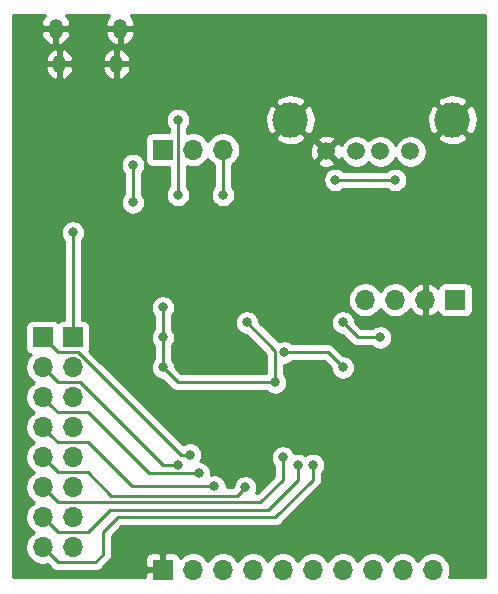
<source format=gbl>
G04 #@! TF.GenerationSoftware,KiCad,Pcbnew,5.1.5*
G04 #@! TF.CreationDate,2020-02-24T15:24:22+03:00*
G04 #@! TF.ProjectId,max3421eboard,6d617833-3432-4316-9562-6f6172642e6b,rev?*
G04 #@! TF.SameCoordinates,Original*
G04 #@! TF.FileFunction,Copper,L2,Bot*
G04 #@! TF.FilePolarity,Positive*
%FSLAX46Y46*%
G04 Gerber Fmt 4.6, Leading zero omitted, Abs format (unit mm)*
G04 Created by KiCad (PCBNEW 5.1.5) date 2020-02-24 15:24:22*
%MOMM*%
%LPD*%
G04 APERTURE LIST*
%ADD10C,1.500000*%
%ADD11C,3.000000*%
%ADD12O,1.100000X1.500000*%
%ADD13O,1.200000X1.700000*%
%ADD14R,1.700000X1.700000*%
%ADD15O,1.700000X1.700000*%
%ADD16C,0.800000*%
%ADD17C,0.250000*%
%ADD18C,0.254000*%
G04 APERTURE END LIST*
D10*
X44960000Y-59185000D03*
X47500000Y-59185000D03*
X49530000Y-59185000D03*
X52070000Y-59185000D03*
D11*
X41910000Y-56515000D03*
X55630000Y-56515000D03*
D12*
X27185000Y-51785000D03*
X22345000Y-51785000D03*
D13*
X27495000Y-48785000D03*
X22035000Y-48785000D03*
D14*
X55880000Y-71755000D03*
D15*
X53340000Y-71755000D03*
X50800000Y-71755000D03*
X48260000Y-71755000D03*
D14*
X23495000Y-74930000D03*
D15*
X23495000Y-77470000D03*
X23495000Y-80010000D03*
X23495000Y-82550000D03*
X23495000Y-85090000D03*
X23495000Y-87630000D03*
X23495000Y-90170000D03*
X23495000Y-92710000D03*
D14*
X31115000Y-59055000D03*
D15*
X33655000Y-59055000D03*
X36195000Y-59055000D03*
D14*
X31115000Y-94615000D03*
D15*
X33655000Y-94615000D03*
X36195000Y-94615000D03*
X38735000Y-94615000D03*
X41275000Y-94615000D03*
X43815000Y-94615000D03*
X46355000Y-94615000D03*
X48895000Y-94615000D03*
X51435000Y-94615000D03*
X53975000Y-94615000D03*
D14*
X20955000Y-74930000D03*
D15*
X20955000Y-77470000D03*
X20955000Y-80010000D03*
X20955000Y-82550000D03*
X20955000Y-85090000D03*
X20955000Y-87630000D03*
X20955000Y-90170000D03*
X20955000Y-92710000D03*
D16*
X30480000Y-65405000D03*
X21590000Y-53340000D03*
X45085000Y-69850000D03*
X35687000Y-53657500D03*
X42440330Y-79905330D03*
X39370000Y-81915000D03*
X34290000Y-81915000D03*
X53086000Y-78486000D03*
X52070000Y-87122000D03*
X50800000Y-61595000D03*
X45720000Y-61595000D03*
X46355000Y-77470000D03*
X41402000Y-76200000D03*
X43815000Y-85725000D03*
X42545000Y-85725000D03*
X41275000Y-85090000D03*
X38100000Y-87630000D03*
X35491384Y-87561384D03*
X34199999Y-86450001D03*
X32385000Y-85725000D03*
X23495000Y-66040000D03*
X32385000Y-62865000D03*
X32385000Y-56515000D03*
X32385000Y-62865000D03*
X28575000Y-60325000D03*
X33420001Y-84855001D03*
X28575000Y-63500000D03*
X31115000Y-77470000D03*
X31115000Y-74930000D03*
X31115000Y-72390000D03*
X40640000Y-78740000D03*
X38227000Y-73660000D03*
X36195000Y-62865000D03*
X49530000Y-74930000D03*
X46355000Y-73660000D03*
D17*
X50800000Y-61595000D02*
X45720000Y-61595000D01*
X45720000Y-61595000D02*
X45720000Y-61595000D01*
X45085000Y-76200000D02*
X41402000Y-76200000D01*
X46355000Y-77470000D02*
X45085000Y-76200000D01*
X43815000Y-86360000D02*
X43815000Y-86995000D01*
X43815000Y-86995000D02*
X40640000Y-90170000D01*
X40640000Y-90170000D02*
X27305000Y-90170000D01*
X25400000Y-93980000D02*
X22225000Y-93980000D01*
X22225000Y-93980000D02*
X20955000Y-92710000D01*
X27305000Y-90170000D02*
X26035000Y-91440000D01*
X26035000Y-93345000D02*
X25400000Y-93980000D01*
X26035000Y-91440000D02*
X26035000Y-93345000D01*
X43815000Y-86360000D02*
X43815000Y-85725000D01*
X42545000Y-86995000D02*
X40005000Y-89535000D01*
X42545000Y-85725000D02*
X42545000Y-86995000D01*
X24765000Y-91440000D02*
X26670000Y-89535000D01*
X22225000Y-91440000D02*
X24765000Y-91440000D01*
X40005000Y-89535000D02*
X26670000Y-89535000D01*
X20955000Y-90170000D02*
X22225000Y-91440000D01*
X41275000Y-85090000D02*
X41275000Y-86995000D01*
X41275000Y-86995000D02*
X39370000Y-88900000D01*
X22225000Y-88900000D02*
X20955000Y-87630000D01*
X39370000Y-88900000D02*
X22225000Y-88900000D01*
X37700001Y-88029999D02*
X38100000Y-87630000D01*
X22225000Y-86360000D02*
X24765000Y-86360000D01*
X20955000Y-85090000D02*
X22225000Y-86360000D01*
X24765000Y-86360000D02*
X26760001Y-88355001D01*
X26760001Y-88355001D02*
X37374999Y-88355001D01*
X37374999Y-88355001D02*
X37700001Y-88029999D01*
X21590000Y-83185000D02*
X22225000Y-83820000D01*
X20955000Y-82550000D02*
X21590000Y-83185000D01*
X22225000Y-83820000D02*
X24765000Y-83820000D01*
X28506384Y-87561384D02*
X24765000Y-83820000D01*
X35491384Y-87561384D02*
X28506384Y-87561384D01*
X24765000Y-81280000D02*
X22225000Y-81280000D01*
X21590000Y-80645000D02*
X20955000Y-80010000D01*
X34199999Y-86450001D02*
X29935001Y-86450001D01*
X22225000Y-81280000D02*
X21590000Y-80645000D01*
X29935001Y-86450001D02*
X24765000Y-81280000D01*
X20955000Y-77470000D02*
X22225000Y-78740000D01*
X24130000Y-78740000D02*
X31115000Y-85725000D01*
X22225000Y-78740000D02*
X24130000Y-78740000D01*
X31115000Y-85725000D02*
X32385000Y-85725000D01*
X23495000Y-74930000D02*
X23495000Y-67310000D01*
X23495000Y-67310000D02*
X23495000Y-66040000D01*
X23495000Y-66040000D02*
X23495000Y-66040000D01*
X32385000Y-62865000D02*
X32385000Y-56515000D01*
X22225000Y-76200000D02*
X20955000Y-74930000D01*
X23964002Y-76200000D02*
X22225000Y-76200000D01*
X33420001Y-84855001D02*
X32619003Y-84855001D01*
X32619003Y-84855001D02*
X23964002Y-76200000D01*
X28575000Y-63500000D02*
X28575000Y-60325000D01*
X31115000Y-74930000D02*
X31115000Y-76835000D01*
X31115000Y-74930000D02*
X31115000Y-72390000D01*
X40640000Y-76200000D02*
X40640000Y-78740000D01*
X33020000Y-78740000D02*
X40640000Y-78740000D01*
X31115000Y-76835000D02*
X31115000Y-77470000D01*
X31115000Y-77470000D02*
X32385000Y-78740000D01*
X32385000Y-78740000D02*
X33020000Y-78740000D01*
X38227000Y-73660000D02*
X40640000Y-76073000D01*
X40640000Y-76073000D02*
X40640000Y-76200000D01*
X36195000Y-59055000D02*
X36195000Y-62865000D01*
X47625000Y-74930000D02*
X49530000Y-74930000D01*
X46355000Y-73660000D02*
X47625000Y-74930000D01*
D18*
G36*
X21039991Y-47782724D02*
G01*
X20912348Y-47991295D01*
X20827848Y-48220761D01*
X20789738Y-48462303D01*
X20952447Y-48658000D01*
X21908000Y-48658000D01*
X21908000Y-48638000D01*
X22162000Y-48638000D01*
X22162000Y-48658000D01*
X23117553Y-48658000D01*
X23280262Y-48462303D01*
X23242152Y-48220761D01*
X23157652Y-47991295D01*
X23030009Y-47782724D01*
X22930548Y-47675000D01*
X26599452Y-47675000D01*
X26499991Y-47782724D01*
X26372348Y-47991295D01*
X26287848Y-48220761D01*
X26249738Y-48462303D01*
X26412447Y-48658000D01*
X27368000Y-48658000D01*
X27368000Y-48638000D01*
X27622000Y-48638000D01*
X27622000Y-48658000D01*
X28577553Y-48658000D01*
X28740262Y-48462303D01*
X28702152Y-48220761D01*
X28617652Y-47991295D01*
X28490009Y-47782724D01*
X28390548Y-47675000D01*
X58370000Y-47675000D01*
X58370001Y-95200000D01*
X55340037Y-95200000D01*
X55402932Y-95048158D01*
X55460000Y-94761260D01*
X55460000Y-94468740D01*
X55402932Y-94181842D01*
X55290990Y-93911589D01*
X55128475Y-93668368D01*
X54921632Y-93461525D01*
X54678411Y-93299010D01*
X54408158Y-93187068D01*
X54121260Y-93130000D01*
X53828740Y-93130000D01*
X53541842Y-93187068D01*
X53271589Y-93299010D01*
X53028368Y-93461525D01*
X52821525Y-93668368D01*
X52705000Y-93842760D01*
X52588475Y-93668368D01*
X52381632Y-93461525D01*
X52138411Y-93299010D01*
X51868158Y-93187068D01*
X51581260Y-93130000D01*
X51288740Y-93130000D01*
X51001842Y-93187068D01*
X50731589Y-93299010D01*
X50488368Y-93461525D01*
X50281525Y-93668368D01*
X50165000Y-93842760D01*
X50048475Y-93668368D01*
X49841632Y-93461525D01*
X49598411Y-93299010D01*
X49328158Y-93187068D01*
X49041260Y-93130000D01*
X48748740Y-93130000D01*
X48461842Y-93187068D01*
X48191589Y-93299010D01*
X47948368Y-93461525D01*
X47741525Y-93668368D01*
X47625000Y-93842760D01*
X47508475Y-93668368D01*
X47301632Y-93461525D01*
X47058411Y-93299010D01*
X46788158Y-93187068D01*
X46501260Y-93130000D01*
X46208740Y-93130000D01*
X45921842Y-93187068D01*
X45651589Y-93299010D01*
X45408368Y-93461525D01*
X45201525Y-93668368D01*
X45085000Y-93842760D01*
X44968475Y-93668368D01*
X44761632Y-93461525D01*
X44518411Y-93299010D01*
X44248158Y-93187068D01*
X43961260Y-93130000D01*
X43668740Y-93130000D01*
X43381842Y-93187068D01*
X43111589Y-93299010D01*
X42868368Y-93461525D01*
X42661525Y-93668368D01*
X42545000Y-93842760D01*
X42428475Y-93668368D01*
X42221632Y-93461525D01*
X41978411Y-93299010D01*
X41708158Y-93187068D01*
X41421260Y-93130000D01*
X41128740Y-93130000D01*
X40841842Y-93187068D01*
X40571589Y-93299010D01*
X40328368Y-93461525D01*
X40121525Y-93668368D01*
X40005000Y-93842760D01*
X39888475Y-93668368D01*
X39681632Y-93461525D01*
X39438411Y-93299010D01*
X39168158Y-93187068D01*
X38881260Y-93130000D01*
X38588740Y-93130000D01*
X38301842Y-93187068D01*
X38031589Y-93299010D01*
X37788368Y-93461525D01*
X37581525Y-93668368D01*
X37465000Y-93842760D01*
X37348475Y-93668368D01*
X37141632Y-93461525D01*
X36898411Y-93299010D01*
X36628158Y-93187068D01*
X36341260Y-93130000D01*
X36048740Y-93130000D01*
X35761842Y-93187068D01*
X35491589Y-93299010D01*
X35248368Y-93461525D01*
X35041525Y-93668368D01*
X34925000Y-93842760D01*
X34808475Y-93668368D01*
X34601632Y-93461525D01*
X34358411Y-93299010D01*
X34088158Y-93187068D01*
X33801260Y-93130000D01*
X33508740Y-93130000D01*
X33221842Y-93187068D01*
X32951589Y-93299010D01*
X32708368Y-93461525D01*
X32576513Y-93593380D01*
X32554502Y-93520820D01*
X32495537Y-93410506D01*
X32416185Y-93313815D01*
X32319494Y-93234463D01*
X32209180Y-93175498D01*
X32089482Y-93139188D01*
X31965000Y-93126928D01*
X31400750Y-93130000D01*
X31242000Y-93288750D01*
X31242000Y-94488000D01*
X31262000Y-94488000D01*
X31262000Y-94742000D01*
X31242000Y-94742000D01*
X31242000Y-94762000D01*
X30988000Y-94762000D01*
X30988000Y-94742000D01*
X29788750Y-94742000D01*
X29630000Y-94900750D01*
X29628371Y-95200000D01*
X18465000Y-95200000D01*
X18465000Y-74080000D01*
X19466928Y-74080000D01*
X19466928Y-75780000D01*
X19479188Y-75904482D01*
X19515498Y-76024180D01*
X19574463Y-76134494D01*
X19653815Y-76231185D01*
X19750506Y-76310537D01*
X19860820Y-76369502D01*
X19933380Y-76391513D01*
X19801525Y-76523368D01*
X19639010Y-76766589D01*
X19527068Y-77036842D01*
X19470000Y-77323740D01*
X19470000Y-77616260D01*
X19527068Y-77903158D01*
X19639010Y-78173411D01*
X19801525Y-78416632D01*
X20008368Y-78623475D01*
X20182760Y-78740000D01*
X20008368Y-78856525D01*
X19801525Y-79063368D01*
X19639010Y-79306589D01*
X19527068Y-79576842D01*
X19470000Y-79863740D01*
X19470000Y-80156260D01*
X19527068Y-80443158D01*
X19639010Y-80713411D01*
X19801525Y-80956632D01*
X20008368Y-81163475D01*
X20182760Y-81280000D01*
X20008368Y-81396525D01*
X19801525Y-81603368D01*
X19639010Y-81846589D01*
X19527068Y-82116842D01*
X19470000Y-82403740D01*
X19470000Y-82696260D01*
X19527068Y-82983158D01*
X19639010Y-83253411D01*
X19801525Y-83496632D01*
X20008368Y-83703475D01*
X20182760Y-83820000D01*
X20008368Y-83936525D01*
X19801525Y-84143368D01*
X19639010Y-84386589D01*
X19527068Y-84656842D01*
X19470000Y-84943740D01*
X19470000Y-85236260D01*
X19527068Y-85523158D01*
X19639010Y-85793411D01*
X19801525Y-86036632D01*
X20008368Y-86243475D01*
X20182760Y-86360000D01*
X20008368Y-86476525D01*
X19801525Y-86683368D01*
X19639010Y-86926589D01*
X19527068Y-87196842D01*
X19470000Y-87483740D01*
X19470000Y-87776260D01*
X19527068Y-88063158D01*
X19639010Y-88333411D01*
X19801525Y-88576632D01*
X20008368Y-88783475D01*
X20182760Y-88900000D01*
X20008368Y-89016525D01*
X19801525Y-89223368D01*
X19639010Y-89466589D01*
X19527068Y-89736842D01*
X19470000Y-90023740D01*
X19470000Y-90316260D01*
X19527068Y-90603158D01*
X19639010Y-90873411D01*
X19801525Y-91116632D01*
X20008368Y-91323475D01*
X20182760Y-91440000D01*
X20008368Y-91556525D01*
X19801525Y-91763368D01*
X19639010Y-92006589D01*
X19527068Y-92276842D01*
X19470000Y-92563740D01*
X19470000Y-92856260D01*
X19527068Y-93143158D01*
X19639010Y-93413411D01*
X19801525Y-93656632D01*
X20008368Y-93863475D01*
X20251589Y-94025990D01*
X20521842Y-94137932D01*
X20808740Y-94195000D01*
X21101260Y-94195000D01*
X21321408Y-94151210D01*
X21661201Y-94491003D01*
X21684999Y-94520001D01*
X21800724Y-94614974D01*
X21932753Y-94685546D01*
X22076014Y-94729003D01*
X22187667Y-94740000D01*
X22187676Y-94740000D01*
X22224999Y-94743676D01*
X22262322Y-94740000D01*
X25362678Y-94740000D01*
X25400000Y-94743676D01*
X25437322Y-94740000D01*
X25437333Y-94740000D01*
X25548986Y-94729003D01*
X25692247Y-94685546D01*
X25824276Y-94614974D01*
X25940001Y-94520001D01*
X25963803Y-94490998D01*
X26546002Y-93908800D01*
X26575001Y-93885001D01*
X26669974Y-93769276D01*
X26672259Y-93765000D01*
X29626928Y-93765000D01*
X29630000Y-94329250D01*
X29788750Y-94488000D01*
X30988000Y-94488000D01*
X30988000Y-93288750D01*
X30829250Y-93130000D01*
X30265000Y-93126928D01*
X30140518Y-93139188D01*
X30020820Y-93175498D01*
X29910506Y-93234463D01*
X29813815Y-93313815D01*
X29734463Y-93410506D01*
X29675498Y-93520820D01*
X29639188Y-93640518D01*
X29626928Y-93765000D01*
X26672259Y-93765000D01*
X26740546Y-93637247D01*
X26784003Y-93493986D01*
X26795000Y-93382333D01*
X26798677Y-93345000D01*
X26795000Y-93307667D01*
X26795000Y-91754801D01*
X27619802Y-90930000D01*
X40602678Y-90930000D01*
X40640000Y-90933676D01*
X40677322Y-90930000D01*
X40677333Y-90930000D01*
X40788986Y-90919003D01*
X40932247Y-90875546D01*
X41064276Y-90804974D01*
X41180001Y-90710001D01*
X41203804Y-90680997D01*
X44326003Y-87558799D01*
X44355001Y-87535001D01*
X44399306Y-87481015D01*
X44449974Y-87419277D01*
X44520546Y-87287247D01*
X44522442Y-87280997D01*
X44564003Y-87143986D01*
X44575000Y-87032333D01*
X44575000Y-87032324D01*
X44578676Y-86995001D01*
X44575000Y-86957678D01*
X44575000Y-86428711D01*
X44618937Y-86384774D01*
X44732205Y-86215256D01*
X44810226Y-86026898D01*
X44850000Y-85826939D01*
X44850000Y-85623061D01*
X44810226Y-85423102D01*
X44732205Y-85234744D01*
X44618937Y-85065226D01*
X44474774Y-84921063D01*
X44305256Y-84807795D01*
X44116898Y-84729774D01*
X43916939Y-84690000D01*
X43713061Y-84690000D01*
X43513102Y-84729774D01*
X43324744Y-84807795D01*
X43180000Y-84904510D01*
X43035256Y-84807795D01*
X42846898Y-84729774D01*
X42646939Y-84690000D01*
X42443061Y-84690000D01*
X42245840Y-84729229D01*
X42192205Y-84599744D01*
X42078937Y-84430226D01*
X41934774Y-84286063D01*
X41765256Y-84172795D01*
X41576898Y-84094774D01*
X41376939Y-84055000D01*
X41173061Y-84055000D01*
X40973102Y-84094774D01*
X40784744Y-84172795D01*
X40615226Y-84286063D01*
X40471063Y-84430226D01*
X40357795Y-84599744D01*
X40279774Y-84788102D01*
X40240000Y-84988061D01*
X40240000Y-85191939D01*
X40279774Y-85391898D01*
X40357795Y-85580256D01*
X40471063Y-85749774D01*
X40515000Y-85793711D01*
X40515001Y-86680197D01*
X39055199Y-88140000D01*
X39004013Y-88140000D01*
X39017205Y-88120256D01*
X39095226Y-87931898D01*
X39135000Y-87731939D01*
X39135000Y-87528061D01*
X39095226Y-87328102D01*
X39017205Y-87139744D01*
X38903937Y-86970226D01*
X38759774Y-86826063D01*
X38590256Y-86712795D01*
X38401898Y-86634774D01*
X38201939Y-86595000D01*
X37998061Y-86595000D01*
X37798102Y-86634774D01*
X37609744Y-86712795D01*
X37440226Y-86826063D01*
X37296063Y-86970226D01*
X37182795Y-87139744D01*
X37104774Y-87328102D01*
X37065000Y-87528061D01*
X37065000Y-87590199D01*
X37060198Y-87595001D01*
X36526384Y-87595001D01*
X36526384Y-87459445D01*
X36486610Y-87259486D01*
X36408589Y-87071128D01*
X36295321Y-86901610D01*
X36151158Y-86757447D01*
X35981640Y-86644179D01*
X35793282Y-86566158D01*
X35593323Y-86526384D01*
X35389445Y-86526384D01*
X35233929Y-86557318D01*
X35234999Y-86551940D01*
X35234999Y-86348062D01*
X35195225Y-86148103D01*
X35117204Y-85959745D01*
X35003936Y-85790227D01*
X34859773Y-85646064D01*
X34690255Y-85532796D01*
X34501897Y-85454775D01*
X34301938Y-85415001D01*
X34290605Y-85415001D01*
X34337206Y-85345257D01*
X34415227Y-85156899D01*
X34455001Y-84956940D01*
X34455001Y-84753062D01*
X34415227Y-84553103D01*
X34337206Y-84364745D01*
X34223938Y-84195227D01*
X34079775Y-84051064D01*
X33910257Y-83937796D01*
X33721899Y-83859775D01*
X33521940Y-83820001D01*
X33318062Y-83820001D01*
X33118103Y-83859775D01*
X32929745Y-83937796D01*
X32837941Y-83999137D01*
X24909590Y-76070787D01*
X24934502Y-76024180D01*
X24970812Y-75904482D01*
X24983072Y-75780000D01*
X24983072Y-74080000D01*
X24970812Y-73955518D01*
X24934502Y-73835820D01*
X24875537Y-73725506D01*
X24796185Y-73628815D01*
X24699494Y-73549463D01*
X24589180Y-73490498D01*
X24469482Y-73454188D01*
X24345000Y-73441928D01*
X24255000Y-73441928D01*
X24255000Y-72288061D01*
X30080000Y-72288061D01*
X30080000Y-72491939D01*
X30119774Y-72691898D01*
X30197795Y-72880256D01*
X30311063Y-73049774D01*
X30355001Y-73093712D01*
X30355000Y-74226289D01*
X30311063Y-74270226D01*
X30197795Y-74439744D01*
X30119774Y-74628102D01*
X30080000Y-74828061D01*
X30080000Y-75031939D01*
X30119774Y-75231898D01*
X30197795Y-75420256D01*
X30311063Y-75589774D01*
X30355000Y-75633711D01*
X30355001Y-76766288D01*
X30311063Y-76810226D01*
X30197795Y-76979744D01*
X30119774Y-77168102D01*
X30080000Y-77368061D01*
X30080000Y-77571939D01*
X30119774Y-77771898D01*
X30197795Y-77960256D01*
X30311063Y-78129774D01*
X30455226Y-78273937D01*
X30624744Y-78387205D01*
X30813102Y-78465226D01*
X31013061Y-78505000D01*
X31075199Y-78505000D01*
X31821200Y-79251002D01*
X31844999Y-79280001D01*
X31960724Y-79374974D01*
X32092753Y-79445546D01*
X32236014Y-79489003D01*
X32347667Y-79500000D01*
X32347676Y-79500000D01*
X32384999Y-79503676D01*
X32422322Y-79500000D01*
X39936289Y-79500000D01*
X39980226Y-79543937D01*
X40149744Y-79657205D01*
X40338102Y-79735226D01*
X40538061Y-79775000D01*
X40741939Y-79775000D01*
X40941898Y-79735226D01*
X41130256Y-79657205D01*
X41299774Y-79543937D01*
X41443937Y-79399774D01*
X41557205Y-79230256D01*
X41635226Y-79041898D01*
X41675000Y-78841939D01*
X41675000Y-78638061D01*
X41635226Y-78438102D01*
X41557205Y-78249744D01*
X41443937Y-78080226D01*
X41400000Y-78036289D01*
X41400000Y-77235000D01*
X41503939Y-77235000D01*
X41703898Y-77195226D01*
X41892256Y-77117205D01*
X42061774Y-77003937D01*
X42105711Y-76960000D01*
X44770199Y-76960000D01*
X45320000Y-77509802D01*
X45320000Y-77571939D01*
X45359774Y-77771898D01*
X45437795Y-77960256D01*
X45551063Y-78129774D01*
X45695226Y-78273937D01*
X45864744Y-78387205D01*
X46053102Y-78465226D01*
X46253061Y-78505000D01*
X46456939Y-78505000D01*
X46656898Y-78465226D01*
X46845256Y-78387205D01*
X47014774Y-78273937D01*
X47158937Y-78129774D01*
X47272205Y-77960256D01*
X47350226Y-77771898D01*
X47390000Y-77571939D01*
X47390000Y-77368061D01*
X47350226Y-77168102D01*
X47272205Y-76979744D01*
X47158937Y-76810226D01*
X47014774Y-76666063D01*
X46845256Y-76552795D01*
X46656898Y-76474774D01*
X46456939Y-76435000D01*
X46394802Y-76435000D01*
X45648804Y-75689003D01*
X45625001Y-75659999D01*
X45509276Y-75565026D01*
X45377247Y-75494454D01*
X45233986Y-75450997D01*
X45122333Y-75440000D01*
X45122322Y-75440000D01*
X45085000Y-75436324D01*
X45047678Y-75440000D01*
X42105711Y-75440000D01*
X42061774Y-75396063D01*
X41892256Y-75282795D01*
X41703898Y-75204774D01*
X41503939Y-75165000D01*
X41300061Y-75165000D01*
X41100102Y-75204774D01*
X40920832Y-75279030D01*
X39262000Y-73620199D01*
X39262000Y-73558061D01*
X45320000Y-73558061D01*
X45320000Y-73761939D01*
X45359774Y-73961898D01*
X45437795Y-74150256D01*
X45551063Y-74319774D01*
X45695226Y-74463937D01*
X45864744Y-74577205D01*
X46053102Y-74655226D01*
X46253061Y-74695000D01*
X46315199Y-74695000D01*
X47061200Y-75441002D01*
X47084999Y-75470001D01*
X47200724Y-75564974D01*
X47332753Y-75635546D01*
X47476014Y-75679003D01*
X47587667Y-75690000D01*
X47587676Y-75690000D01*
X47624999Y-75693676D01*
X47662322Y-75690000D01*
X48826289Y-75690000D01*
X48870226Y-75733937D01*
X49039744Y-75847205D01*
X49228102Y-75925226D01*
X49428061Y-75965000D01*
X49631939Y-75965000D01*
X49831898Y-75925226D01*
X50020256Y-75847205D01*
X50189774Y-75733937D01*
X50333937Y-75589774D01*
X50447205Y-75420256D01*
X50525226Y-75231898D01*
X50565000Y-75031939D01*
X50565000Y-74828061D01*
X50525226Y-74628102D01*
X50447205Y-74439744D01*
X50333937Y-74270226D01*
X50189774Y-74126063D01*
X50020256Y-74012795D01*
X49831898Y-73934774D01*
X49631939Y-73895000D01*
X49428061Y-73895000D01*
X49228102Y-73934774D01*
X49039744Y-74012795D01*
X48870226Y-74126063D01*
X48826289Y-74170000D01*
X47939802Y-74170000D01*
X47390000Y-73620199D01*
X47390000Y-73558061D01*
X47350226Y-73358102D01*
X47272205Y-73169744D01*
X47158937Y-73000226D01*
X47014774Y-72856063D01*
X46845256Y-72742795D01*
X46656898Y-72664774D01*
X46456939Y-72625000D01*
X46253061Y-72625000D01*
X46053102Y-72664774D01*
X45864744Y-72742795D01*
X45695226Y-72856063D01*
X45551063Y-73000226D01*
X45437795Y-73169744D01*
X45359774Y-73358102D01*
X45320000Y-73558061D01*
X39262000Y-73558061D01*
X39222226Y-73358102D01*
X39144205Y-73169744D01*
X39030937Y-73000226D01*
X38886774Y-72856063D01*
X38717256Y-72742795D01*
X38528898Y-72664774D01*
X38328939Y-72625000D01*
X38125061Y-72625000D01*
X37925102Y-72664774D01*
X37736744Y-72742795D01*
X37567226Y-72856063D01*
X37423063Y-73000226D01*
X37309795Y-73169744D01*
X37231774Y-73358102D01*
X37192000Y-73558061D01*
X37192000Y-73761939D01*
X37231774Y-73961898D01*
X37309795Y-74150256D01*
X37423063Y-74319774D01*
X37567226Y-74463937D01*
X37736744Y-74577205D01*
X37925102Y-74655226D01*
X38125061Y-74695000D01*
X38187199Y-74695000D01*
X39880000Y-76387802D01*
X39880001Y-77980000D01*
X32699802Y-77980000D01*
X32150000Y-77430199D01*
X32150000Y-77368061D01*
X32110226Y-77168102D01*
X32032205Y-76979744D01*
X31918937Y-76810226D01*
X31875000Y-76766289D01*
X31875000Y-75633711D01*
X31918937Y-75589774D01*
X32032205Y-75420256D01*
X32110226Y-75231898D01*
X32150000Y-75031939D01*
X32150000Y-74828061D01*
X32110226Y-74628102D01*
X32032205Y-74439744D01*
X31918937Y-74270226D01*
X31875000Y-74226289D01*
X31875000Y-73093711D01*
X31918937Y-73049774D01*
X32032205Y-72880256D01*
X32110226Y-72691898D01*
X32150000Y-72491939D01*
X32150000Y-72288061D01*
X32110226Y-72088102D01*
X32032205Y-71899744D01*
X31918937Y-71730226D01*
X31797451Y-71608740D01*
X46775000Y-71608740D01*
X46775000Y-71901260D01*
X46832068Y-72188158D01*
X46944010Y-72458411D01*
X47106525Y-72701632D01*
X47313368Y-72908475D01*
X47556589Y-73070990D01*
X47826842Y-73182932D01*
X48113740Y-73240000D01*
X48406260Y-73240000D01*
X48693158Y-73182932D01*
X48963411Y-73070990D01*
X49206632Y-72908475D01*
X49413475Y-72701632D01*
X49530000Y-72527240D01*
X49646525Y-72701632D01*
X49853368Y-72908475D01*
X50096589Y-73070990D01*
X50366842Y-73182932D01*
X50653740Y-73240000D01*
X50946260Y-73240000D01*
X51233158Y-73182932D01*
X51503411Y-73070990D01*
X51746632Y-72908475D01*
X51953475Y-72701632D01*
X52075195Y-72519466D01*
X52144822Y-72636355D01*
X52339731Y-72852588D01*
X52573080Y-73026641D01*
X52835901Y-73151825D01*
X52983110Y-73196476D01*
X53213000Y-73075155D01*
X53213000Y-71882000D01*
X53193000Y-71882000D01*
X53193000Y-71628000D01*
X53213000Y-71628000D01*
X53213000Y-70434845D01*
X53467000Y-70434845D01*
X53467000Y-71628000D01*
X53487000Y-71628000D01*
X53487000Y-71882000D01*
X53467000Y-71882000D01*
X53467000Y-73075155D01*
X53696890Y-73196476D01*
X53844099Y-73151825D01*
X54106920Y-73026641D01*
X54340269Y-72852588D01*
X54416034Y-72768534D01*
X54440498Y-72849180D01*
X54499463Y-72959494D01*
X54578815Y-73056185D01*
X54675506Y-73135537D01*
X54785820Y-73194502D01*
X54905518Y-73230812D01*
X55030000Y-73243072D01*
X56730000Y-73243072D01*
X56854482Y-73230812D01*
X56974180Y-73194502D01*
X57084494Y-73135537D01*
X57181185Y-73056185D01*
X57260537Y-72959494D01*
X57319502Y-72849180D01*
X57355812Y-72729482D01*
X57368072Y-72605000D01*
X57368072Y-70905000D01*
X57355812Y-70780518D01*
X57319502Y-70660820D01*
X57260537Y-70550506D01*
X57181185Y-70453815D01*
X57084494Y-70374463D01*
X56974180Y-70315498D01*
X56854482Y-70279188D01*
X56730000Y-70266928D01*
X55030000Y-70266928D01*
X54905518Y-70279188D01*
X54785820Y-70315498D01*
X54675506Y-70374463D01*
X54578815Y-70453815D01*
X54499463Y-70550506D01*
X54440498Y-70660820D01*
X54416034Y-70741466D01*
X54340269Y-70657412D01*
X54106920Y-70483359D01*
X53844099Y-70358175D01*
X53696890Y-70313524D01*
X53467000Y-70434845D01*
X53213000Y-70434845D01*
X52983110Y-70313524D01*
X52835901Y-70358175D01*
X52573080Y-70483359D01*
X52339731Y-70657412D01*
X52144822Y-70873645D01*
X52075195Y-70990534D01*
X51953475Y-70808368D01*
X51746632Y-70601525D01*
X51503411Y-70439010D01*
X51233158Y-70327068D01*
X50946260Y-70270000D01*
X50653740Y-70270000D01*
X50366842Y-70327068D01*
X50096589Y-70439010D01*
X49853368Y-70601525D01*
X49646525Y-70808368D01*
X49530000Y-70982760D01*
X49413475Y-70808368D01*
X49206632Y-70601525D01*
X48963411Y-70439010D01*
X48693158Y-70327068D01*
X48406260Y-70270000D01*
X48113740Y-70270000D01*
X47826842Y-70327068D01*
X47556589Y-70439010D01*
X47313368Y-70601525D01*
X47106525Y-70808368D01*
X46944010Y-71051589D01*
X46832068Y-71321842D01*
X46775000Y-71608740D01*
X31797451Y-71608740D01*
X31774774Y-71586063D01*
X31605256Y-71472795D01*
X31416898Y-71394774D01*
X31216939Y-71355000D01*
X31013061Y-71355000D01*
X30813102Y-71394774D01*
X30624744Y-71472795D01*
X30455226Y-71586063D01*
X30311063Y-71730226D01*
X30197795Y-71899744D01*
X30119774Y-72088102D01*
X30080000Y-72288061D01*
X24255000Y-72288061D01*
X24255000Y-66743711D01*
X24298937Y-66699774D01*
X24412205Y-66530256D01*
X24490226Y-66341898D01*
X24530000Y-66141939D01*
X24530000Y-65938061D01*
X24490226Y-65738102D01*
X24412205Y-65549744D01*
X24298937Y-65380226D01*
X24154774Y-65236063D01*
X23985256Y-65122795D01*
X23796898Y-65044774D01*
X23596939Y-65005000D01*
X23393061Y-65005000D01*
X23193102Y-65044774D01*
X23004744Y-65122795D01*
X22835226Y-65236063D01*
X22691063Y-65380226D01*
X22577795Y-65549744D01*
X22499774Y-65738102D01*
X22460000Y-65938061D01*
X22460000Y-66141939D01*
X22499774Y-66341898D01*
X22577795Y-66530256D01*
X22691063Y-66699774D01*
X22735000Y-66743711D01*
X22735000Y-67347332D01*
X22735001Y-67347342D01*
X22735000Y-73441928D01*
X22645000Y-73441928D01*
X22520518Y-73454188D01*
X22400820Y-73490498D01*
X22290506Y-73549463D01*
X22225000Y-73603222D01*
X22159494Y-73549463D01*
X22049180Y-73490498D01*
X21929482Y-73454188D01*
X21805000Y-73441928D01*
X20105000Y-73441928D01*
X19980518Y-73454188D01*
X19860820Y-73490498D01*
X19750506Y-73549463D01*
X19653815Y-73628815D01*
X19574463Y-73725506D01*
X19515498Y-73835820D01*
X19479188Y-73955518D01*
X19466928Y-74080000D01*
X18465000Y-74080000D01*
X18465000Y-60223061D01*
X27540000Y-60223061D01*
X27540000Y-60426939D01*
X27579774Y-60626898D01*
X27657795Y-60815256D01*
X27771063Y-60984774D01*
X27815001Y-61028712D01*
X27815000Y-62796289D01*
X27771063Y-62840226D01*
X27657795Y-63009744D01*
X27579774Y-63198102D01*
X27540000Y-63398061D01*
X27540000Y-63601939D01*
X27579774Y-63801898D01*
X27657795Y-63990256D01*
X27771063Y-64159774D01*
X27915226Y-64303937D01*
X28084744Y-64417205D01*
X28273102Y-64495226D01*
X28473061Y-64535000D01*
X28676939Y-64535000D01*
X28876898Y-64495226D01*
X29065256Y-64417205D01*
X29234774Y-64303937D01*
X29378937Y-64159774D01*
X29492205Y-63990256D01*
X29570226Y-63801898D01*
X29610000Y-63601939D01*
X29610000Y-63398061D01*
X29570226Y-63198102D01*
X29492205Y-63009744D01*
X29378937Y-62840226D01*
X29335000Y-62796289D01*
X29335000Y-61028711D01*
X29378937Y-60984774D01*
X29492205Y-60815256D01*
X29570226Y-60626898D01*
X29610000Y-60426939D01*
X29610000Y-60223061D01*
X29570226Y-60023102D01*
X29492205Y-59834744D01*
X29378937Y-59665226D01*
X29234774Y-59521063D01*
X29065256Y-59407795D01*
X28876898Y-59329774D01*
X28676939Y-59290000D01*
X28473061Y-59290000D01*
X28273102Y-59329774D01*
X28084744Y-59407795D01*
X27915226Y-59521063D01*
X27771063Y-59665226D01*
X27657795Y-59834744D01*
X27579774Y-60023102D01*
X27540000Y-60223061D01*
X18465000Y-60223061D01*
X18465000Y-58205000D01*
X29626928Y-58205000D01*
X29626928Y-59905000D01*
X29639188Y-60029482D01*
X29675498Y-60149180D01*
X29734463Y-60259494D01*
X29813815Y-60356185D01*
X29910506Y-60435537D01*
X30020820Y-60494502D01*
X30140518Y-60530812D01*
X30265000Y-60543072D01*
X31625000Y-60543072D01*
X31625000Y-62161289D01*
X31581063Y-62205226D01*
X31467795Y-62374744D01*
X31389774Y-62563102D01*
X31350000Y-62763061D01*
X31350000Y-62966939D01*
X31389774Y-63166898D01*
X31467795Y-63355256D01*
X31581063Y-63524774D01*
X31725226Y-63668937D01*
X31894744Y-63782205D01*
X32083102Y-63860226D01*
X32283061Y-63900000D01*
X32486939Y-63900000D01*
X32686898Y-63860226D01*
X32875256Y-63782205D01*
X33044774Y-63668937D01*
X33188937Y-63524774D01*
X33302205Y-63355256D01*
X33380226Y-63166898D01*
X33420000Y-62966939D01*
X33420000Y-62763061D01*
X33380226Y-62563102D01*
X33302205Y-62374744D01*
X33188937Y-62205226D01*
X33145000Y-62161289D01*
X33145000Y-60451103D01*
X33221842Y-60482932D01*
X33508740Y-60540000D01*
X33801260Y-60540000D01*
X34088158Y-60482932D01*
X34358411Y-60370990D01*
X34601632Y-60208475D01*
X34808475Y-60001632D01*
X34925000Y-59827240D01*
X35041525Y-60001632D01*
X35248368Y-60208475D01*
X35435000Y-60333179D01*
X35435001Y-62161288D01*
X35391063Y-62205226D01*
X35277795Y-62374744D01*
X35199774Y-62563102D01*
X35160000Y-62763061D01*
X35160000Y-62966939D01*
X35199774Y-63166898D01*
X35277795Y-63355256D01*
X35391063Y-63524774D01*
X35535226Y-63668937D01*
X35704744Y-63782205D01*
X35893102Y-63860226D01*
X36093061Y-63900000D01*
X36296939Y-63900000D01*
X36496898Y-63860226D01*
X36685256Y-63782205D01*
X36854774Y-63668937D01*
X36998937Y-63524774D01*
X37112205Y-63355256D01*
X37190226Y-63166898D01*
X37230000Y-62966939D01*
X37230000Y-62763061D01*
X37190226Y-62563102D01*
X37112205Y-62374744D01*
X36998937Y-62205226D01*
X36955000Y-62161289D01*
X36955000Y-61493061D01*
X44685000Y-61493061D01*
X44685000Y-61696939D01*
X44724774Y-61896898D01*
X44802795Y-62085256D01*
X44916063Y-62254774D01*
X45060226Y-62398937D01*
X45229744Y-62512205D01*
X45418102Y-62590226D01*
X45618061Y-62630000D01*
X45821939Y-62630000D01*
X46021898Y-62590226D01*
X46210256Y-62512205D01*
X46379774Y-62398937D01*
X46423711Y-62355000D01*
X50096289Y-62355000D01*
X50140226Y-62398937D01*
X50309744Y-62512205D01*
X50498102Y-62590226D01*
X50698061Y-62630000D01*
X50901939Y-62630000D01*
X51101898Y-62590226D01*
X51290256Y-62512205D01*
X51459774Y-62398937D01*
X51603937Y-62254774D01*
X51717205Y-62085256D01*
X51795226Y-61896898D01*
X51835000Y-61696939D01*
X51835000Y-61493061D01*
X51795226Y-61293102D01*
X51717205Y-61104744D01*
X51603937Y-60935226D01*
X51459774Y-60791063D01*
X51290256Y-60677795D01*
X51101898Y-60599774D01*
X50901939Y-60560000D01*
X50698061Y-60560000D01*
X50498102Y-60599774D01*
X50309744Y-60677795D01*
X50140226Y-60791063D01*
X50096289Y-60835000D01*
X46423711Y-60835000D01*
X46379774Y-60791063D01*
X46210256Y-60677795D01*
X46021898Y-60599774D01*
X45821939Y-60560000D01*
X45618061Y-60560000D01*
X45418102Y-60599774D01*
X45229744Y-60677795D01*
X45060226Y-60791063D01*
X44916063Y-60935226D01*
X44802795Y-61104744D01*
X44724774Y-61293102D01*
X44685000Y-61493061D01*
X36955000Y-61493061D01*
X36955000Y-60333178D01*
X37141632Y-60208475D01*
X37208114Y-60141993D01*
X44182612Y-60141993D01*
X44248137Y-60380860D01*
X44495116Y-60496760D01*
X44759960Y-60562250D01*
X45032492Y-60574812D01*
X45302238Y-60533965D01*
X45558832Y-60441277D01*
X45671863Y-60380860D01*
X45737388Y-60141993D01*
X44960000Y-59364605D01*
X44182612Y-60141993D01*
X37208114Y-60141993D01*
X37348475Y-60001632D01*
X37510990Y-59758411D01*
X37622932Y-59488158D01*
X37668814Y-59257492D01*
X43570188Y-59257492D01*
X43611035Y-59527238D01*
X43703723Y-59783832D01*
X43764140Y-59896863D01*
X44003007Y-59962388D01*
X44780395Y-59185000D01*
X45139605Y-59185000D01*
X45916993Y-59962388D01*
X46155860Y-59896863D01*
X46230164Y-59738523D01*
X46272629Y-59841043D01*
X46424201Y-60067886D01*
X46617114Y-60260799D01*
X46843957Y-60412371D01*
X47096011Y-60516775D01*
X47363589Y-60570000D01*
X47636411Y-60570000D01*
X47903989Y-60516775D01*
X48156043Y-60412371D01*
X48382886Y-60260799D01*
X48515000Y-60128685D01*
X48647114Y-60260799D01*
X48873957Y-60412371D01*
X49126011Y-60516775D01*
X49393589Y-60570000D01*
X49666411Y-60570000D01*
X49933989Y-60516775D01*
X50186043Y-60412371D01*
X50412886Y-60260799D01*
X50605799Y-60067886D01*
X50757371Y-59841043D01*
X50800000Y-59738127D01*
X50842629Y-59841043D01*
X50994201Y-60067886D01*
X51187114Y-60260799D01*
X51413957Y-60412371D01*
X51666011Y-60516775D01*
X51933589Y-60570000D01*
X52206411Y-60570000D01*
X52473989Y-60516775D01*
X52726043Y-60412371D01*
X52952886Y-60260799D01*
X53145799Y-60067886D01*
X53297371Y-59841043D01*
X53401775Y-59588989D01*
X53455000Y-59321411D01*
X53455000Y-59048589D01*
X53401775Y-58781011D01*
X53297371Y-58528957D01*
X53145799Y-58302114D01*
X52952886Y-58109201D01*
X52799413Y-58006653D01*
X54317952Y-58006653D01*
X54473962Y-58322214D01*
X54848745Y-58513020D01*
X55253551Y-58627044D01*
X55672824Y-58659902D01*
X56090451Y-58610334D01*
X56490383Y-58480243D01*
X56786038Y-58322214D01*
X56942048Y-58006653D01*
X55630000Y-56694605D01*
X54317952Y-58006653D01*
X52799413Y-58006653D01*
X52726043Y-57957629D01*
X52473989Y-57853225D01*
X52206411Y-57800000D01*
X51933589Y-57800000D01*
X51666011Y-57853225D01*
X51413957Y-57957629D01*
X51187114Y-58109201D01*
X50994201Y-58302114D01*
X50842629Y-58528957D01*
X50800000Y-58631873D01*
X50757371Y-58528957D01*
X50605799Y-58302114D01*
X50412886Y-58109201D01*
X50186043Y-57957629D01*
X49933989Y-57853225D01*
X49666411Y-57800000D01*
X49393589Y-57800000D01*
X49126011Y-57853225D01*
X48873957Y-57957629D01*
X48647114Y-58109201D01*
X48515000Y-58241315D01*
X48382886Y-58109201D01*
X48156043Y-57957629D01*
X47903989Y-57853225D01*
X47636411Y-57800000D01*
X47363589Y-57800000D01*
X47096011Y-57853225D01*
X46843957Y-57957629D01*
X46617114Y-58109201D01*
X46424201Y-58302114D01*
X46272629Y-58528957D01*
X46231489Y-58628279D01*
X46216277Y-58586168D01*
X46155860Y-58473137D01*
X45916993Y-58407612D01*
X45139605Y-59185000D01*
X44780395Y-59185000D01*
X44003007Y-58407612D01*
X43764140Y-58473137D01*
X43648240Y-58720116D01*
X43582750Y-58984960D01*
X43570188Y-59257492D01*
X37668814Y-59257492D01*
X37680000Y-59201260D01*
X37680000Y-58908740D01*
X37622932Y-58621842D01*
X37510990Y-58351589D01*
X37348475Y-58108368D01*
X37246760Y-58006653D01*
X40597952Y-58006653D01*
X40753962Y-58322214D01*
X41128745Y-58513020D01*
X41533551Y-58627044D01*
X41952824Y-58659902D01*
X42370451Y-58610334D01*
X42770383Y-58480243D01*
X43066038Y-58322214D01*
X43112612Y-58228007D01*
X44182612Y-58228007D01*
X44960000Y-59005395D01*
X45737388Y-58228007D01*
X45671863Y-57989140D01*
X45424884Y-57873240D01*
X45160040Y-57807750D01*
X44887508Y-57795188D01*
X44617762Y-57836035D01*
X44361168Y-57928723D01*
X44248137Y-57989140D01*
X44182612Y-58228007D01*
X43112612Y-58228007D01*
X43222048Y-58006653D01*
X41910000Y-56694605D01*
X40597952Y-58006653D01*
X37246760Y-58006653D01*
X37141632Y-57901525D01*
X36898411Y-57739010D01*
X36628158Y-57627068D01*
X36341260Y-57570000D01*
X36048740Y-57570000D01*
X35761842Y-57627068D01*
X35491589Y-57739010D01*
X35248368Y-57901525D01*
X35041525Y-58108368D01*
X34925000Y-58282760D01*
X34808475Y-58108368D01*
X34601632Y-57901525D01*
X34358411Y-57739010D01*
X34088158Y-57627068D01*
X33801260Y-57570000D01*
X33508740Y-57570000D01*
X33221842Y-57627068D01*
X33145000Y-57658897D01*
X33145000Y-57218711D01*
X33188937Y-57174774D01*
X33302205Y-57005256D01*
X33380226Y-56816898D01*
X33420000Y-56616939D01*
X33420000Y-56557824D01*
X39765098Y-56557824D01*
X39814666Y-56975451D01*
X39944757Y-57375383D01*
X40102786Y-57671038D01*
X40418347Y-57827048D01*
X41730395Y-56515000D01*
X42089605Y-56515000D01*
X43401653Y-57827048D01*
X43717214Y-57671038D01*
X43908020Y-57296255D01*
X44022044Y-56891449D01*
X44048189Y-56557824D01*
X53485098Y-56557824D01*
X53534666Y-56975451D01*
X53664757Y-57375383D01*
X53822786Y-57671038D01*
X54138347Y-57827048D01*
X55450395Y-56515000D01*
X55809605Y-56515000D01*
X57121653Y-57827048D01*
X57437214Y-57671038D01*
X57628020Y-57296255D01*
X57742044Y-56891449D01*
X57774902Y-56472176D01*
X57725334Y-56054549D01*
X57595243Y-55654617D01*
X57437214Y-55358962D01*
X57121653Y-55202952D01*
X55809605Y-56515000D01*
X55450395Y-56515000D01*
X54138347Y-55202952D01*
X53822786Y-55358962D01*
X53631980Y-55733745D01*
X53517956Y-56138551D01*
X53485098Y-56557824D01*
X44048189Y-56557824D01*
X44054902Y-56472176D01*
X44005334Y-56054549D01*
X43875243Y-55654617D01*
X43717214Y-55358962D01*
X43401653Y-55202952D01*
X42089605Y-56515000D01*
X41730395Y-56515000D01*
X40418347Y-55202952D01*
X40102786Y-55358962D01*
X39911980Y-55733745D01*
X39797956Y-56138551D01*
X39765098Y-56557824D01*
X33420000Y-56557824D01*
X33420000Y-56413061D01*
X33380226Y-56213102D01*
X33302205Y-56024744D01*
X33188937Y-55855226D01*
X33044774Y-55711063D01*
X32875256Y-55597795D01*
X32686898Y-55519774D01*
X32486939Y-55480000D01*
X32283061Y-55480000D01*
X32083102Y-55519774D01*
X31894744Y-55597795D01*
X31725226Y-55711063D01*
X31581063Y-55855226D01*
X31467795Y-56024744D01*
X31389774Y-56213102D01*
X31350000Y-56413061D01*
X31350000Y-56616939D01*
X31389774Y-56816898D01*
X31467795Y-57005256D01*
X31581063Y-57174774D01*
X31625001Y-57218712D01*
X31625001Y-57566928D01*
X30265000Y-57566928D01*
X30140518Y-57579188D01*
X30020820Y-57615498D01*
X29910506Y-57674463D01*
X29813815Y-57753815D01*
X29734463Y-57850506D01*
X29675498Y-57960820D01*
X29639188Y-58080518D01*
X29626928Y-58205000D01*
X18465000Y-58205000D01*
X18465000Y-55023347D01*
X40597952Y-55023347D01*
X41910000Y-56335395D01*
X43222048Y-55023347D01*
X54317952Y-55023347D01*
X55630000Y-56335395D01*
X56942048Y-55023347D01*
X56786038Y-54707786D01*
X56411255Y-54516980D01*
X56006449Y-54402956D01*
X55587176Y-54370098D01*
X55169549Y-54419666D01*
X54769617Y-54549757D01*
X54473962Y-54707786D01*
X54317952Y-55023347D01*
X43222048Y-55023347D01*
X43066038Y-54707786D01*
X42691255Y-54516980D01*
X42286449Y-54402956D01*
X41867176Y-54370098D01*
X41449549Y-54419666D01*
X41049617Y-54549757D01*
X40753962Y-54707786D01*
X40597952Y-55023347D01*
X18465000Y-55023347D01*
X18465000Y-52098884D01*
X21159316Y-52098884D01*
X21204316Y-52328011D01*
X21293152Y-52543957D01*
X21422410Y-52738422D01*
X21587123Y-52903934D01*
X21780961Y-53034131D01*
X21996474Y-53124011D01*
X22035256Y-53128803D01*
X22218000Y-53003361D01*
X22218000Y-51912000D01*
X22472000Y-51912000D01*
X22472000Y-53003361D01*
X22654744Y-53128803D01*
X22693526Y-53124011D01*
X22909039Y-53034131D01*
X23102877Y-52903934D01*
X23267590Y-52738422D01*
X23396848Y-52543957D01*
X23485684Y-52328011D01*
X23530684Y-52098884D01*
X25999316Y-52098884D01*
X26044316Y-52328011D01*
X26133152Y-52543957D01*
X26262410Y-52738422D01*
X26427123Y-52903934D01*
X26620961Y-53034131D01*
X26836474Y-53124011D01*
X26875256Y-53128803D01*
X27058000Y-53003361D01*
X27058000Y-51912000D01*
X27312000Y-51912000D01*
X27312000Y-53003361D01*
X27494744Y-53128803D01*
X27533526Y-53124011D01*
X27749039Y-53034131D01*
X27942877Y-52903934D01*
X28107590Y-52738422D01*
X28236848Y-52543957D01*
X28325684Y-52328011D01*
X28370684Y-52098884D01*
X28215152Y-51912000D01*
X27312000Y-51912000D01*
X27058000Y-51912000D01*
X26154848Y-51912000D01*
X25999316Y-52098884D01*
X23530684Y-52098884D01*
X23375152Y-51912000D01*
X22472000Y-51912000D01*
X22218000Y-51912000D01*
X21314848Y-51912000D01*
X21159316Y-52098884D01*
X18465000Y-52098884D01*
X18465000Y-51471116D01*
X21159316Y-51471116D01*
X21314848Y-51658000D01*
X22218000Y-51658000D01*
X22218000Y-50566639D01*
X22472000Y-50566639D01*
X22472000Y-51658000D01*
X23375152Y-51658000D01*
X23530684Y-51471116D01*
X25999316Y-51471116D01*
X26154848Y-51658000D01*
X27058000Y-51658000D01*
X27058000Y-50566639D01*
X27312000Y-50566639D01*
X27312000Y-51658000D01*
X28215152Y-51658000D01*
X28370684Y-51471116D01*
X28325684Y-51241989D01*
X28236848Y-51026043D01*
X28107590Y-50831578D01*
X27942877Y-50666066D01*
X27749039Y-50535869D01*
X27533526Y-50445989D01*
X27494744Y-50441197D01*
X27312000Y-50566639D01*
X27058000Y-50566639D01*
X26875256Y-50441197D01*
X26836474Y-50445989D01*
X26620961Y-50535869D01*
X26427123Y-50666066D01*
X26262410Y-50831578D01*
X26133152Y-51026043D01*
X26044316Y-51241989D01*
X25999316Y-51471116D01*
X23530684Y-51471116D01*
X23485684Y-51241989D01*
X23396848Y-51026043D01*
X23267590Y-50831578D01*
X23102877Y-50666066D01*
X22909039Y-50535869D01*
X22693526Y-50445989D01*
X22654744Y-50441197D01*
X22472000Y-50566639D01*
X22218000Y-50566639D01*
X22035256Y-50441197D01*
X21996474Y-50445989D01*
X21780961Y-50535869D01*
X21587123Y-50666066D01*
X21422410Y-50831578D01*
X21293152Y-51026043D01*
X21204316Y-51241989D01*
X21159316Y-51471116D01*
X18465000Y-51471116D01*
X18465000Y-49107697D01*
X20789738Y-49107697D01*
X20827848Y-49349239D01*
X20912348Y-49578705D01*
X21039991Y-49787276D01*
X21205872Y-49966938D01*
X21403616Y-50110786D01*
X21625623Y-50213292D01*
X21717391Y-50228462D01*
X21908000Y-50103731D01*
X21908000Y-48912000D01*
X22162000Y-48912000D01*
X22162000Y-50103731D01*
X22352609Y-50228462D01*
X22444377Y-50213292D01*
X22666384Y-50110786D01*
X22864128Y-49966938D01*
X23030009Y-49787276D01*
X23157652Y-49578705D01*
X23242152Y-49349239D01*
X23280262Y-49107697D01*
X26249738Y-49107697D01*
X26287848Y-49349239D01*
X26372348Y-49578705D01*
X26499991Y-49787276D01*
X26665872Y-49966938D01*
X26863616Y-50110786D01*
X27085623Y-50213292D01*
X27177391Y-50228462D01*
X27368000Y-50103731D01*
X27368000Y-48912000D01*
X27622000Y-48912000D01*
X27622000Y-50103731D01*
X27812609Y-50228462D01*
X27904377Y-50213292D01*
X28126384Y-50110786D01*
X28324128Y-49966938D01*
X28490009Y-49787276D01*
X28617652Y-49578705D01*
X28702152Y-49349239D01*
X28740262Y-49107697D01*
X28577553Y-48912000D01*
X27622000Y-48912000D01*
X27368000Y-48912000D01*
X26412447Y-48912000D01*
X26249738Y-49107697D01*
X23280262Y-49107697D01*
X23117553Y-48912000D01*
X22162000Y-48912000D01*
X21908000Y-48912000D01*
X20952447Y-48912000D01*
X20789738Y-49107697D01*
X18465000Y-49107697D01*
X18465000Y-47675000D01*
X21139452Y-47675000D01*
X21039991Y-47782724D01*
G37*
X21039991Y-47782724D02*
X20912348Y-47991295D01*
X20827848Y-48220761D01*
X20789738Y-48462303D01*
X20952447Y-48658000D01*
X21908000Y-48658000D01*
X21908000Y-48638000D01*
X22162000Y-48638000D01*
X22162000Y-48658000D01*
X23117553Y-48658000D01*
X23280262Y-48462303D01*
X23242152Y-48220761D01*
X23157652Y-47991295D01*
X23030009Y-47782724D01*
X22930548Y-47675000D01*
X26599452Y-47675000D01*
X26499991Y-47782724D01*
X26372348Y-47991295D01*
X26287848Y-48220761D01*
X26249738Y-48462303D01*
X26412447Y-48658000D01*
X27368000Y-48658000D01*
X27368000Y-48638000D01*
X27622000Y-48638000D01*
X27622000Y-48658000D01*
X28577553Y-48658000D01*
X28740262Y-48462303D01*
X28702152Y-48220761D01*
X28617652Y-47991295D01*
X28490009Y-47782724D01*
X28390548Y-47675000D01*
X58370000Y-47675000D01*
X58370001Y-95200000D01*
X55340037Y-95200000D01*
X55402932Y-95048158D01*
X55460000Y-94761260D01*
X55460000Y-94468740D01*
X55402932Y-94181842D01*
X55290990Y-93911589D01*
X55128475Y-93668368D01*
X54921632Y-93461525D01*
X54678411Y-93299010D01*
X54408158Y-93187068D01*
X54121260Y-93130000D01*
X53828740Y-93130000D01*
X53541842Y-93187068D01*
X53271589Y-93299010D01*
X53028368Y-93461525D01*
X52821525Y-93668368D01*
X52705000Y-93842760D01*
X52588475Y-93668368D01*
X52381632Y-93461525D01*
X52138411Y-93299010D01*
X51868158Y-93187068D01*
X51581260Y-93130000D01*
X51288740Y-93130000D01*
X51001842Y-93187068D01*
X50731589Y-93299010D01*
X50488368Y-93461525D01*
X50281525Y-93668368D01*
X50165000Y-93842760D01*
X50048475Y-93668368D01*
X49841632Y-93461525D01*
X49598411Y-93299010D01*
X49328158Y-93187068D01*
X49041260Y-93130000D01*
X48748740Y-93130000D01*
X48461842Y-93187068D01*
X48191589Y-93299010D01*
X47948368Y-93461525D01*
X47741525Y-93668368D01*
X47625000Y-93842760D01*
X47508475Y-93668368D01*
X47301632Y-93461525D01*
X47058411Y-93299010D01*
X46788158Y-93187068D01*
X46501260Y-93130000D01*
X46208740Y-93130000D01*
X45921842Y-93187068D01*
X45651589Y-93299010D01*
X45408368Y-93461525D01*
X45201525Y-93668368D01*
X45085000Y-93842760D01*
X44968475Y-93668368D01*
X44761632Y-93461525D01*
X44518411Y-93299010D01*
X44248158Y-93187068D01*
X43961260Y-93130000D01*
X43668740Y-93130000D01*
X43381842Y-93187068D01*
X43111589Y-93299010D01*
X42868368Y-93461525D01*
X42661525Y-93668368D01*
X42545000Y-93842760D01*
X42428475Y-93668368D01*
X42221632Y-93461525D01*
X41978411Y-93299010D01*
X41708158Y-93187068D01*
X41421260Y-93130000D01*
X41128740Y-93130000D01*
X40841842Y-93187068D01*
X40571589Y-93299010D01*
X40328368Y-93461525D01*
X40121525Y-93668368D01*
X40005000Y-93842760D01*
X39888475Y-93668368D01*
X39681632Y-93461525D01*
X39438411Y-93299010D01*
X39168158Y-93187068D01*
X38881260Y-93130000D01*
X38588740Y-93130000D01*
X38301842Y-93187068D01*
X38031589Y-93299010D01*
X37788368Y-93461525D01*
X37581525Y-93668368D01*
X37465000Y-93842760D01*
X37348475Y-93668368D01*
X37141632Y-93461525D01*
X36898411Y-93299010D01*
X36628158Y-93187068D01*
X36341260Y-93130000D01*
X36048740Y-93130000D01*
X35761842Y-93187068D01*
X35491589Y-93299010D01*
X35248368Y-93461525D01*
X35041525Y-93668368D01*
X34925000Y-93842760D01*
X34808475Y-93668368D01*
X34601632Y-93461525D01*
X34358411Y-93299010D01*
X34088158Y-93187068D01*
X33801260Y-93130000D01*
X33508740Y-93130000D01*
X33221842Y-93187068D01*
X32951589Y-93299010D01*
X32708368Y-93461525D01*
X32576513Y-93593380D01*
X32554502Y-93520820D01*
X32495537Y-93410506D01*
X32416185Y-93313815D01*
X32319494Y-93234463D01*
X32209180Y-93175498D01*
X32089482Y-93139188D01*
X31965000Y-93126928D01*
X31400750Y-93130000D01*
X31242000Y-93288750D01*
X31242000Y-94488000D01*
X31262000Y-94488000D01*
X31262000Y-94742000D01*
X31242000Y-94742000D01*
X31242000Y-94762000D01*
X30988000Y-94762000D01*
X30988000Y-94742000D01*
X29788750Y-94742000D01*
X29630000Y-94900750D01*
X29628371Y-95200000D01*
X18465000Y-95200000D01*
X18465000Y-74080000D01*
X19466928Y-74080000D01*
X19466928Y-75780000D01*
X19479188Y-75904482D01*
X19515498Y-76024180D01*
X19574463Y-76134494D01*
X19653815Y-76231185D01*
X19750506Y-76310537D01*
X19860820Y-76369502D01*
X19933380Y-76391513D01*
X19801525Y-76523368D01*
X19639010Y-76766589D01*
X19527068Y-77036842D01*
X19470000Y-77323740D01*
X19470000Y-77616260D01*
X19527068Y-77903158D01*
X19639010Y-78173411D01*
X19801525Y-78416632D01*
X20008368Y-78623475D01*
X20182760Y-78740000D01*
X20008368Y-78856525D01*
X19801525Y-79063368D01*
X19639010Y-79306589D01*
X19527068Y-79576842D01*
X19470000Y-79863740D01*
X19470000Y-80156260D01*
X19527068Y-80443158D01*
X19639010Y-80713411D01*
X19801525Y-80956632D01*
X20008368Y-81163475D01*
X20182760Y-81280000D01*
X20008368Y-81396525D01*
X19801525Y-81603368D01*
X19639010Y-81846589D01*
X19527068Y-82116842D01*
X19470000Y-82403740D01*
X19470000Y-82696260D01*
X19527068Y-82983158D01*
X19639010Y-83253411D01*
X19801525Y-83496632D01*
X20008368Y-83703475D01*
X20182760Y-83820000D01*
X20008368Y-83936525D01*
X19801525Y-84143368D01*
X19639010Y-84386589D01*
X19527068Y-84656842D01*
X19470000Y-84943740D01*
X19470000Y-85236260D01*
X19527068Y-85523158D01*
X19639010Y-85793411D01*
X19801525Y-86036632D01*
X20008368Y-86243475D01*
X20182760Y-86360000D01*
X20008368Y-86476525D01*
X19801525Y-86683368D01*
X19639010Y-86926589D01*
X19527068Y-87196842D01*
X19470000Y-87483740D01*
X19470000Y-87776260D01*
X19527068Y-88063158D01*
X19639010Y-88333411D01*
X19801525Y-88576632D01*
X20008368Y-88783475D01*
X20182760Y-88900000D01*
X20008368Y-89016525D01*
X19801525Y-89223368D01*
X19639010Y-89466589D01*
X19527068Y-89736842D01*
X19470000Y-90023740D01*
X19470000Y-90316260D01*
X19527068Y-90603158D01*
X19639010Y-90873411D01*
X19801525Y-91116632D01*
X20008368Y-91323475D01*
X20182760Y-91440000D01*
X20008368Y-91556525D01*
X19801525Y-91763368D01*
X19639010Y-92006589D01*
X19527068Y-92276842D01*
X19470000Y-92563740D01*
X19470000Y-92856260D01*
X19527068Y-93143158D01*
X19639010Y-93413411D01*
X19801525Y-93656632D01*
X20008368Y-93863475D01*
X20251589Y-94025990D01*
X20521842Y-94137932D01*
X20808740Y-94195000D01*
X21101260Y-94195000D01*
X21321408Y-94151210D01*
X21661201Y-94491003D01*
X21684999Y-94520001D01*
X21800724Y-94614974D01*
X21932753Y-94685546D01*
X22076014Y-94729003D01*
X22187667Y-94740000D01*
X22187676Y-94740000D01*
X22224999Y-94743676D01*
X22262322Y-94740000D01*
X25362678Y-94740000D01*
X25400000Y-94743676D01*
X25437322Y-94740000D01*
X25437333Y-94740000D01*
X25548986Y-94729003D01*
X25692247Y-94685546D01*
X25824276Y-94614974D01*
X25940001Y-94520001D01*
X25963803Y-94490998D01*
X26546002Y-93908800D01*
X26575001Y-93885001D01*
X26669974Y-93769276D01*
X26672259Y-93765000D01*
X29626928Y-93765000D01*
X29630000Y-94329250D01*
X29788750Y-94488000D01*
X30988000Y-94488000D01*
X30988000Y-93288750D01*
X30829250Y-93130000D01*
X30265000Y-93126928D01*
X30140518Y-93139188D01*
X30020820Y-93175498D01*
X29910506Y-93234463D01*
X29813815Y-93313815D01*
X29734463Y-93410506D01*
X29675498Y-93520820D01*
X29639188Y-93640518D01*
X29626928Y-93765000D01*
X26672259Y-93765000D01*
X26740546Y-93637247D01*
X26784003Y-93493986D01*
X26795000Y-93382333D01*
X26798677Y-93345000D01*
X26795000Y-93307667D01*
X26795000Y-91754801D01*
X27619802Y-90930000D01*
X40602678Y-90930000D01*
X40640000Y-90933676D01*
X40677322Y-90930000D01*
X40677333Y-90930000D01*
X40788986Y-90919003D01*
X40932247Y-90875546D01*
X41064276Y-90804974D01*
X41180001Y-90710001D01*
X41203804Y-90680997D01*
X44326003Y-87558799D01*
X44355001Y-87535001D01*
X44399306Y-87481015D01*
X44449974Y-87419277D01*
X44520546Y-87287247D01*
X44522442Y-87280997D01*
X44564003Y-87143986D01*
X44575000Y-87032333D01*
X44575000Y-87032324D01*
X44578676Y-86995001D01*
X44575000Y-86957678D01*
X44575000Y-86428711D01*
X44618937Y-86384774D01*
X44732205Y-86215256D01*
X44810226Y-86026898D01*
X44850000Y-85826939D01*
X44850000Y-85623061D01*
X44810226Y-85423102D01*
X44732205Y-85234744D01*
X44618937Y-85065226D01*
X44474774Y-84921063D01*
X44305256Y-84807795D01*
X44116898Y-84729774D01*
X43916939Y-84690000D01*
X43713061Y-84690000D01*
X43513102Y-84729774D01*
X43324744Y-84807795D01*
X43180000Y-84904510D01*
X43035256Y-84807795D01*
X42846898Y-84729774D01*
X42646939Y-84690000D01*
X42443061Y-84690000D01*
X42245840Y-84729229D01*
X42192205Y-84599744D01*
X42078937Y-84430226D01*
X41934774Y-84286063D01*
X41765256Y-84172795D01*
X41576898Y-84094774D01*
X41376939Y-84055000D01*
X41173061Y-84055000D01*
X40973102Y-84094774D01*
X40784744Y-84172795D01*
X40615226Y-84286063D01*
X40471063Y-84430226D01*
X40357795Y-84599744D01*
X40279774Y-84788102D01*
X40240000Y-84988061D01*
X40240000Y-85191939D01*
X40279774Y-85391898D01*
X40357795Y-85580256D01*
X40471063Y-85749774D01*
X40515000Y-85793711D01*
X40515001Y-86680197D01*
X39055199Y-88140000D01*
X39004013Y-88140000D01*
X39017205Y-88120256D01*
X39095226Y-87931898D01*
X39135000Y-87731939D01*
X39135000Y-87528061D01*
X39095226Y-87328102D01*
X39017205Y-87139744D01*
X38903937Y-86970226D01*
X38759774Y-86826063D01*
X38590256Y-86712795D01*
X38401898Y-86634774D01*
X38201939Y-86595000D01*
X37998061Y-86595000D01*
X37798102Y-86634774D01*
X37609744Y-86712795D01*
X37440226Y-86826063D01*
X37296063Y-86970226D01*
X37182795Y-87139744D01*
X37104774Y-87328102D01*
X37065000Y-87528061D01*
X37065000Y-87590199D01*
X37060198Y-87595001D01*
X36526384Y-87595001D01*
X36526384Y-87459445D01*
X36486610Y-87259486D01*
X36408589Y-87071128D01*
X36295321Y-86901610D01*
X36151158Y-86757447D01*
X35981640Y-86644179D01*
X35793282Y-86566158D01*
X35593323Y-86526384D01*
X35389445Y-86526384D01*
X35233929Y-86557318D01*
X35234999Y-86551940D01*
X35234999Y-86348062D01*
X35195225Y-86148103D01*
X35117204Y-85959745D01*
X35003936Y-85790227D01*
X34859773Y-85646064D01*
X34690255Y-85532796D01*
X34501897Y-85454775D01*
X34301938Y-85415001D01*
X34290605Y-85415001D01*
X34337206Y-85345257D01*
X34415227Y-85156899D01*
X34455001Y-84956940D01*
X34455001Y-84753062D01*
X34415227Y-84553103D01*
X34337206Y-84364745D01*
X34223938Y-84195227D01*
X34079775Y-84051064D01*
X33910257Y-83937796D01*
X33721899Y-83859775D01*
X33521940Y-83820001D01*
X33318062Y-83820001D01*
X33118103Y-83859775D01*
X32929745Y-83937796D01*
X32837941Y-83999137D01*
X24909590Y-76070787D01*
X24934502Y-76024180D01*
X24970812Y-75904482D01*
X24983072Y-75780000D01*
X24983072Y-74080000D01*
X24970812Y-73955518D01*
X24934502Y-73835820D01*
X24875537Y-73725506D01*
X24796185Y-73628815D01*
X24699494Y-73549463D01*
X24589180Y-73490498D01*
X24469482Y-73454188D01*
X24345000Y-73441928D01*
X24255000Y-73441928D01*
X24255000Y-72288061D01*
X30080000Y-72288061D01*
X30080000Y-72491939D01*
X30119774Y-72691898D01*
X30197795Y-72880256D01*
X30311063Y-73049774D01*
X30355001Y-73093712D01*
X30355000Y-74226289D01*
X30311063Y-74270226D01*
X30197795Y-74439744D01*
X30119774Y-74628102D01*
X30080000Y-74828061D01*
X30080000Y-75031939D01*
X30119774Y-75231898D01*
X30197795Y-75420256D01*
X30311063Y-75589774D01*
X30355000Y-75633711D01*
X30355001Y-76766288D01*
X30311063Y-76810226D01*
X30197795Y-76979744D01*
X30119774Y-77168102D01*
X30080000Y-77368061D01*
X30080000Y-77571939D01*
X30119774Y-77771898D01*
X30197795Y-77960256D01*
X30311063Y-78129774D01*
X30455226Y-78273937D01*
X30624744Y-78387205D01*
X30813102Y-78465226D01*
X31013061Y-78505000D01*
X31075199Y-78505000D01*
X31821200Y-79251002D01*
X31844999Y-79280001D01*
X31960724Y-79374974D01*
X32092753Y-79445546D01*
X32236014Y-79489003D01*
X32347667Y-79500000D01*
X32347676Y-79500000D01*
X32384999Y-79503676D01*
X32422322Y-79500000D01*
X39936289Y-79500000D01*
X39980226Y-79543937D01*
X40149744Y-79657205D01*
X40338102Y-79735226D01*
X40538061Y-79775000D01*
X40741939Y-79775000D01*
X40941898Y-79735226D01*
X41130256Y-79657205D01*
X41299774Y-79543937D01*
X41443937Y-79399774D01*
X41557205Y-79230256D01*
X41635226Y-79041898D01*
X41675000Y-78841939D01*
X41675000Y-78638061D01*
X41635226Y-78438102D01*
X41557205Y-78249744D01*
X41443937Y-78080226D01*
X41400000Y-78036289D01*
X41400000Y-77235000D01*
X41503939Y-77235000D01*
X41703898Y-77195226D01*
X41892256Y-77117205D01*
X42061774Y-77003937D01*
X42105711Y-76960000D01*
X44770199Y-76960000D01*
X45320000Y-77509802D01*
X45320000Y-77571939D01*
X45359774Y-77771898D01*
X45437795Y-77960256D01*
X45551063Y-78129774D01*
X45695226Y-78273937D01*
X45864744Y-78387205D01*
X46053102Y-78465226D01*
X46253061Y-78505000D01*
X46456939Y-78505000D01*
X46656898Y-78465226D01*
X46845256Y-78387205D01*
X47014774Y-78273937D01*
X47158937Y-78129774D01*
X47272205Y-77960256D01*
X47350226Y-77771898D01*
X47390000Y-77571939D01*
X47390000Y-77368061D01*
X47350226Y-77168102D01*
X47272205Y-76979744D01*
X47158937Y-76810226D01*
X47014774Y-76666063D01*
X46845256Y-76552795D01*
X46656898Y-76474774D01*
X46456939Y-76435000D01*
X46394802Y-76435000D01*
X45648804Y-75689003D01*
X45625001Y-75659999D01*
X45509276Y-75565026D01*
X45377247Y-75494454D01*
X45233986Y-75450997D01*
X45122333Y-75440000D01*
X45122322Y-75440000D01*
X45085000Y-75436324D01*
X45047678Y-75440000D01*
X42105711Y-75440000D01*
X42061774Y-75396063D01*
X41892256Y-75282795D01*
X41703898Y-75204774D01*
X41503939Y-75165000D01*
X41300061Y-75165000D01*
X41100102Y-75204774D01*
X40920832Y-75279030D01*
X39262000Y-73620199D01*
X39262000Y-73558061D01*
X45320000Y-73558061D01*
X45320000Y-73761939D01*
X45359774Y-73961898D01*
X45437795Y-74150256D01*
X45551063Y-74319774D01*
X45695226Y-74463937D01*
X45864744Y-74577205D01*
X46053102Y-74655226D01*
X46253061Y-74695000D01*
X46315199Y-74695000D01*
X47061200Y-75441002D01*
X47084999Y-75470001D01*
X47200724Y-75564974D01*
X47332753Y-75635546D01*
X47476014Y-75679003D01*
X47587667Y-75690000D01*
X47587676Y-75690000D01*
X47624999Y-75693676D01*
X47662322Y-75690000D01*
X48826289Y-75690000D01*
X48870226Y-75733937D01*
X49039744Y-75847205D01*
X49228102Y-75925226D01*
X49428061Y-75965000D01*
X49631939Y-75965000D01*
X49831898Y-75925226D01*
X50020256Y-75847205D01*
X50189774Y-75733937D01*
X50333937Y-75589774D01*
X50447205Y-75420256D01*
X50525226Y-75231898D01*
X50565000Y-75031939D01*
X50565000Y-74828061D01*
X50525226Y-74628102D01*
X50447205Y-74439744D01*
X50333937Y-74270226D01*
X50189774Y-74126063D01*
X50020256Y-74012795D01*
X49831898Y-73934774D01*
X49631939Y-73895000D01*
X49428061Y-73895000D01*
X49228102Y-73934774D01*
X49039744Y-74012795D01*
X48870226Y-74126063D01*
X48826289Y-74170000D01*
X47939802Y-74170000D01*
X47390000Y-73620199D01*
X47390000Y-73558061D01*
X47350226Y-73358102D01*
X47272205Y-73169744D01*
X47158937Y-73000226D01*
X47014774Y-72856063D01*
X46845256Y-72742795D01*
X46656898Y-72664774D01*
X46456939Y-72625000D01*
X46253061Y-72625000D01*
X46053102Y-72664774D01*
X45864744Y-72742795D01*
X45695226Y-72856063D01*
X45551063Y-73000226D01*
X45437795Y-73169744D01*
X45359774Y-73358102D01*
X45320000Y-73558061D01*
X39262000Y-73558061D01*
X39222226Y-73358102D01*
X39144205Y-73169744D01*
X39030937Y-73000226D01*
X38886774Y-72856063D01*
X38717256Y-72742795D01*
X38528898Y-72664774D01*
X38328939Y-72625000D01*
X38125061Y-72625000D01*
X37925102Y-72664774D01*
X37736744Y-72742795D01*
X37567226Y-72856063D01*
X37423063Y-73000226D01*
X37309795Y-73169744D01*
X37231774Y-73358102D01*
X37192000Y-73558061D01*
X37192000Y-73761939D01*
X37231774Y-73961898D01*
X37309795Y-74150256D01*
X37423063Y-74319774D01*
X37567226Y-74463937D01*
X37736744Y-74577205D01*
X37925102Y-74655226D01*
X38125061Y-74695000D01*
X38187199Y-74695000D01*
X39880000Y-76387802D01*
X39880001Y-77980000D01*
X32699802Y-77980000D01*
X32150000Y-77430199D01*
X32150000Y-77368061D01*
X32110226Y-77168102D01*
X32032205Y-76979744D01*
X31918937Y-76810226D01*
X31875000Y-76766289D01*
X31875000Y-75633711D01*
X31918937Y-75589774D01*
X32032205Y-75420256D01*
X32110226Y-75231898D01*
X32150000Y-75031939D01*
X32150000Y-74828061D01*
X32110226Y-74628102D01*
X32032205Y-74439744D01*
X31918937Y-74270226D01*
X31875000Y-74226289D01*
X31875000Y-73093711D01*
X31918937Y-73049774D01*
X32032205Y-72880256D01*
X32110226Y-72691898D01*
X32150000Y-72491939D01*
X32150000Y-72288061D01*
X32110226Y-72088102D01*
X32032205Y-71899744D01*
X31918937Y-71730226D01*
X31797451Y-71608740D01*
X46775000Y-71608740D01*
X46775000Y-71901260D01*
X46832068Y-72188158D01*
X46944010Y-72458411D01*
X47106525Y-72701632D01*
X47313368Y-72908475D01*
X47556589Y-73070990D01*
X47826842Y-73182932D01*
X48113740Y-73240000D01*
X48406260Y-73240000D01*
X48693158Y-73182932D01*
X48963411Y-73070990D01*
X49206632Y-72908475D01*
X49413475Y-72701632D01*
X49530000Y-72527240D01*
X49646525Y-72701632D01*
X49853368Y-72908475D01*
X50096589Y-73070990D01*
X50366842Y-73182932D01*
X50653740Y-73240000D01*
X50946260Y-73240000D01*
X51233158Y-73182932D01*
X51503411Y-73070990D01*
X51746632Y-72908475D01*
X51953475Y-72701632D01*
X52075195Y-72519466D01*
X52144822Y-72636355D01*
X52339731Y-72852588D01*
X52573080Y-73026641D01*
X52835901Y-73151825D01*
X52983110Y-73196476D01*
X53213000Y-73075155D01*
X53213000Y-71882000D01*
X53193000Y-71882000D01*
X53193000Y-71628000D01*
X53213000Y-71628000D01*
X53213000Y-70434845D01*
X53467000Y-70434845D01*
X53467000Y-71628000D01*
X53487000Y-71628000D01*
X53487000Y-71882000D01*
X53467000Y-71882000D01*
X53467000Y-73075155D01*
X53696890Y-73196476D01*
X53844099Y-73151825D01*
X54106920Y-73026641D01*
X54340269Y-72852588D01*
X54416034Y-72768534D01*
X54440498Y-72849180D01*
X54499463Y-72959494D01*
X54578815Y-73056185D01*
X54675506Y-73135537D01*
X54785820Y-73194502D01*
X54905518Y-73230812D01*
X55030000Y-73243072D01*
X56730000Y-73243072D01*
X56854482Y-73230812D01*
X56974180Y-73194502D01*
X57084494Y-73135537D01*
X57181185Y-73056185D01*
X57260537Y-72959494D01*
X57319502Y-72849180D01*
X57355812Y-72729482D01*
X57368072Y-72605000D01*
X57368072Y-70905000D01*
X57355812Y-70780518D01*
X57319502Y-70660820D01*
X57260537Y-70550506D01*
X57181185Y-70453815D01*
X57084494Y-70374463D01*
X56974180Y-70315498D01*
X56854482Y-70279188D01*
X56730000Y-70266928D01*
X55030000Y-70266928D01*
X54905518Y-70279188D01*
X54785820Y-70315498D01*
X54675506Y-70374463D01*
X54578815Y-70453815D01*
X54499463Y-70550506D01*
X54440498Y-70660820D01*
X54416034Y-70741466D01*
X54340269Y-70657412D01*
X54106920Y-70483359D01*
X53844099Y-70358175D01*
X53696890Y-70313524D01*
X53467000Y-70434845D01*
X53213000Y-70434845D01*
X52983110Y-70313524D01*
X52835901Y-70358175D01*
X52573080Y-70483359D01*
X52339731Y-70657412D01*
X52144822Y-70873645D01*
X52075195Y-70990534D01*
X51953475Y-70808368D01*
X51746632Y-70601525D01*
X51503411Y-70439010D01*
X51233158Y-70327068D01*
X50946260Y-70270000D01*
X50653740Y-70270000D01*
X50366842Y-70327068D01*
X50096589Y-70439010D01*
X49853368Y-70601525D01*
X49646525Y-70808368D01*
X49530000Y-70982760D01*
X49413475Y-70808368D01*
X49206632Y-70601525D01*
X48963411Y-70439010D01*
X48693158Y-70327068D01*
X48406260Y-70270000D01*
X48113740Y-70270000D01*
X47826842Y-70327068D01*
X47556589Y-70439010D01*
X47313368Y-70601525D01*
X47106525Y-70808368D01*
X46944010Y-71051589D01*
X46832068Y-71321842D01*
X46775000Y-71608740D01*
X31797451Y-71608740D01*
X31774774Y-71586063D01*
X31605256Y-71472795D01*
X31416898Y-71394774D01*
X31216939Y-71355000D01*
X31013061Y-71355000D01*
X30813102Y-71394774D01*
X30624744Y-71472795D01*
X30455226Y-71586063D01*
X30311063Y-71730226D01*
X30197795Y-71899744D01*
X30119774Y-72088102D01*
X30080000Y-72288061D01*
X24255000Y-72288061D01*
X24255000Y-66743711D01*
X24298937Y-66699774D01*
X24412205Y-66530256D01*
X24490226Y-66341898D01*
X24530000Y-66141939D01*
X24530000Y-65938061D01*
X24490226Y-65738102D01*
X24412205Y-65549744D01*
X24298937Y-65380226D01*
X24154774Y-65236063D01*
X23985256Y-65122795D01*
X23796898Y-65044774D01*
X23596939Y-65005000D01*
X23393061Y-65005000D01*
X23193102Y-65044774D01*
X23004744Y-65122795D01*
X22835226Y-65236063D01*
X22691063Y-65380226D01*
X22577795Y-65549744D01*
X22499774Y-65738102D01*
X22460000Y-65938061D01*
X22460000Y-66141939D01*
X22499774Y-66341898D01*
X22577795Y-66530256D01*
X22691063Y-66699774D01*
X22735000Y-66743711D01*
X22735000Y-67347332D01*
X22735001Y-67347342D01*
X22735000Y-73441928D01*
X22645000Y-73441928D01*
X22520518Y-73454188D01*
X22400820Y-73490498D01*
X22290506Y-73549463D01*
X22225000Y-73603222D01*
X22159494Y-73549463D01*
X22049180Y-73490498D01*
X21929482Y-73454188D01*
X21805000Y-73441928D01*
X20105000Y-73441928D01*
X19980518Y-73454188D01*
X19860820Y-73490498D01*
X19750506Y-73549463D01*
X19653815Y-73628815D01*
X19574463Y-73725506D01*
X19515498Y-73835820D01*
X19479188Y-73955518D01*
X19466928Y-74080000D01*
X18465000Y-74080000D01*
X18465000Y-60223061D01*
X27540000Y-60223061D01*
X27540000Y-60426939D01*
X27579774Y-60626898D01*
X27657795Y-60815256D01*
X27771063Y-60984774D01*
X27815001Y-61028712D01*
X27815000Y-62796289D01*
X27771063Y-62840226D01*
X27657795Y-63009744D01*
X27579774Y-63198102D01*
X27540000Y-63398061D01*
X27540000Y-63601939D01*
X27579774Y-63801898D01*
X27657795Y-63990256D01*
X27771063Y-64159774D01*
X27915226Y-64303937D01*
X28084744Y-64417205D01*
X28273102Y-64495226D01*
X28473061Y-64535000D01*
X28676939Y-64535000D01*
X28876898Y-64495226D01*
X29065256Y-64417205D01*
X29234774Y-64303937D01*
X29378937Y-64159774D01*
X29492205Y-63990256D01*
X29570226Y-63801898D01*
X29610000Y-63601939D01*
X29610000Y-63398061D01*
X29570226Y-63198102D01*
X29492205Y-63009744D01*
X29378937Y-62840226D01*
X29335000Y-62796289D01*
X29335000Y-61028711D01*
X29378937Y-60984774D01*
X29492205Y-60815256D01*
X29570226Y-60626898D01*
X29610000Y-60426939D01*
X29610000Y-60223061D01*
X29570226Y-60023102D01*
X29492205Y-59834744D01*
X29378937Y-59665226D01*
X29234774Y-59521063D01*
X29065256Y-59407795D01*
X28876898Y-59329774D01*
X28676939Y-59290000D01*
X28473061Y-59290000D01*
X28273102Y-59329774D01*
X28084744Y-59407795D01*
X27915226Y-59521063D01*
X27771063Y-59665226D01*
X27657795Y-59834744D01*
X27579774Y-60023102D01*
X27540000Y-60223061D01*
X18465000Y-60223061D01*
X18465000Y-58205000D01*
X29626928Y-58205000D01*
X29626928Y-59905000D01*
X29639188Y-60029482D01*
X29675498Y-60149180D01*
X29734463Y-60259494D01*
X29813815Y-60356185D01*
X29910506Y-60435537D01*
X30020820Y-60494502D01*
X30140518Y-60530812D01*
X30265000Y-60543072D01*
X31625000Y-60543072D01*
X31625000Y-62161289D01*
X31581063Y-62205226D01*
X31467795Y-62374744D01*
X31389774Y-62563102D01*
X31350000Y-62763061D01*
X31350000Y-62966939D01*
X31389774Y-63166898D01*
X31467795Y-63355256D01*
X31581063Y-63524774D01*
X31725226Y-63668937D01*
X31894744Y-63782205D01*
X32083102Y-63860226D01*
X32283061Y-63900000D01*
X32486939Y-63900000D01*
X32686898Y-63860226D01*
X32875256Y-63782205D01*
X33044774Y-63668937D01*
X33188937Y-63524774D01*
X33302205Y-63355256D01*
X33380226Y-63166898D01*
X33420000Y-62966939D01*
X33420000Y-62763061D01*
X33380226Y-62563102D01*
X33302205Y-62374744D01*
X33188937Y-62205226D01*
X33145000Y-62161289D01*
X33145000Y-60451103D01*
X33221842Y-60482932D01*
X33508740Y-60540000D01*
X33801260Y-60540000D01*
X34088158Y-60482932D01*
X34358411Y-60370990D01*
X34601632Y-60208475D01*
X34808475Y-60001632D01*
X34925000Y-59827240D01*
X35041525Y-60001632D01*
X35248368Y-60208475D01*
X35435000Y-60333179D01*
X35435001Y-62161288D01*
X35391063Y-62205226D01*
X35277795Y-62374744D01*
X35199774Y-62563102D01*
X35160000Y-62763061D01*
X35160000Y-62966939D01*
X35199774Y-63166898D01*
X35277795Y-63355256D01*
X35391063Y-63524774D01*
X35535226Y-63668937D01*
X35704744Y-63782205D01*
X35893102Y-63860226D01*
X36093061Y-63900000D01*
X36296939Y-63900000D01*
X36496898Y-63860226D01*
X36685256Y-63782205D01*
X36854774Y-63668937D01*
X36998937Y-63524774D01*
X37112205Y-63355256D01*
X37190226Y-63166898D01*
X37230000Y-62966939D01*
X37230000Y-62763061D01*
X37190226Y-62563102D01*
X37112205Y-62374744D01*
X36998937Y-62205226D01*
X36955000Y-62161289D01*
X36955000Y-61493061D01*
X44685000Y-61493061D01*
X44685000Y-61696939D01*
X44724774Y-61896898D01*
X44802795Y-62085256D01*
X44916063Y-62254774D01*
X45060226Y-62398937D01*
X45229744Y-62512205D01*
X45418102Y-62590226D01*
X45618061Y-62630000D01*
X45821939Y-62630000D01*
X46021898Y-62590226D01*
X46210256Y-62512205D01*
X46379774Y-62398937D01*
X46423711Y-62355000D01*
X50096289Y-62355000D01*
X50140226Y-62398937D01*
X50309744Y-62512205D01*
X50498102Y-62590226D01*
X50698061Y-62630000D01*
X50901939Y-62630000D01*
X51101898Y-62590226D01*
X51290256Y-62512205D01*
X51459774Y-62398937D01*
X51603937Y-62254774D01*
X51717205Y-62085256D01*
X51795226Y-61896898D01*
X51835000Y-61696939D01*
X51835000Y-61493061D01*
X51795226Y-61293102D01*
X51717205Y-61104744D01*
X51603937Y-60935226D01*
X51459774Y-60791063D01*
X51290256Y-60677795D01*
X51101898Y-60599774D01*
X50901939Y-60560000D01*
X50698061Y-60560000D01*
X50498102Y-60599774D01*
X50309744Y-60677795D01*
X50140226Y-60791063D01*
X50096289Y-60835000D01*
X46423711Y-60835000D01*
X46379774Y-60791063D01*
X46210256Y-60677795D01*
X46021898Y-60599774D01*
X45821939Y-60560000D01*
X45618061Y-60560000D01*
X45418102Y-60599774D01*
X45229744Y-60677795D01*
X45060226Y-60791063D01*
X44916063Y-60935226D01*
X44802795Y-61104744D01*
X44724774Y-61293102D01*
X44685000Y-61493061D01*
X36955000Y-61493061D01*
X36955000Y-60333178D01*
X37141632Y-60208475D01*
X37208114Y-60141993D01*
X44182612Y-60141993D01*
X44248137Y-60380860D01*
X44495116Y-60496760D01*
X44759960Y-60562250D01*
X45032492Y-60574812D01*
X45302238Y-60533965D01*
X45558832Y-60441277D01*
X45671863Y-60380860D01*
X45737388Y-60141993D01*
X44960000Y-59364605D01*
X44182612Y-60141993D01*
X37208114Y-60141993D01*
X37348475Y-60001632D01*
X37510990Y-59758411D01*
X37622932Y-59488158D01*
X37668814Y-59257492D01*
X43570188Y-59257492D01*
X43611035Y-59527238D01*
X43703723Y-59783832D01*
X43764140Y-59896863D01*
X44003007Y-59962388D01*
X44780395Y-59185000D01*
X45139605Y-59185000D01*
X45916993Y-59962388D01*
X46155860Y-59896863D01*
X46230164Y-59738523D01*
X46272629Y-59841043D01*
X46424201Y-60067886D01*
X46617114Y-60260799D01*
X46843957Y-60412371D01*
X47096011Y-60516775D01*
X47363589Y-60570000D01*
X47636411Y-60570000D01*
X47903989Y-60516775D01*
X48156043Y-60412371D01*
X48382886Y-60260799D01*
X48515000Y-60128685D01*
X48647114Y-60260799D01*
X48873957Y-60412371D01*
X49126011Y-60516775D01*
X49393589Y-60570000D01*
X49666411Y-60570000D01*
X49933989Y-60516775D01*
X50186043Y-60412371D01*
X50412886Y-60260799D01*
X50605799Y-60067886D01*
X50757371Y-59841043D01*
X50800000Y-59738127D01*
X50842629Y-59841043D01*
X50994201Y-60067886D01*
X51187114Y-60260799D01*
X51413957Y-60412371D01*
X51666011Y-60516775D01*
X51933589Y-60570000D01*
X52206411Y-60570000D01*
X52473989Y-60516775D01*
X52726043Y-60412371D01*
X52952886Y-60260799D01*
X53145799Y-60067886D01*
X53297371Y-59841043D01*
X53401775Y-59588989D01*
X53455000Y-59321411D01*
X53455000Y-59048589D01*
X53401775Y-58781011D01*
X53297371Y-58528957D01*
X53145799Y-58302114D01*
X52952886Y-58109201D01*
X52799413Y-58006653D01*
X54317952Y-58006653D01*
X54473962Y-58322214D01*
X54848745Y-58513020D01*
X55253551Y-58627044D01*
X55672824Y-58659902D01*
X56090451Y-58610334D01*
X56490383Y-58480243D01*
X56786038Y-58322214D01*
X56942048Y-58006653D01*
X55630000Y-56694605D01*
X54317952Y-58006653D01*
X52799413Y-58006653D01*
X52726043Y-57957629D01*
X52473989Y-57853225D01*
X52206411Y-57800000D01*
X51933589Y-57800000D01*
X51666011Y-57853225D01*
X51413957Y-57957629D01*
X51187114Y-58109201D01*
X50994201Y-58302114D01*
X50842629Y-58528957D01*
X50800000Y-58631873D01*
X50757371Y-58528957D01*
X50605799Y-58302114D01*
X50412886Y-58109201D01*
X50186043Y-57957629D01*
X49933989Y-57853225D01*
X49666411Y-57800000D01*
X49393589Y-57800000D01*
X49126011Y-57853225D01*
X48873957Y-57957629D01*
X48647114Y-58109201D01*
X48515000Y-58241315D01*
X48382886Y-58109201D01*
X48156043Y-57957629D01*
X47903989Y-57853225D01*
X47636411Y-57800000D01*
X47363589Y-57800000D01*
X47096011Y-57853225D01*
X46843957Y-57957629D01*
X46617114Y-58109201D01*
X46424201Y-58302114D01*
X46272629Y-58528957D01*
X46231489Y-58628279D01*
X46216277Y-58586168D01*
X46155860Y-58473137D01*
X45916993Y-58407612D01*
X45139605Y-59185000D01*
X44780395Y-59185000D01*
X44003007Y-58407612D01*
X43764140Y-58473137D01*
X43648240Y-58720116D01*
X43582750Y-58984960D01*
X43570188Y-59257492D01*
X37668814Y-59257492D01*
X37680000Y-59201260D01*
X37680000Y-58908740D01*
X37622932Y-58621842D01*
X37510990Y-58351589D01*
X37348475Y-58108368D01*
X37246760Y-58006653D01*
X40597952Y-58006653D01*
X40753962Y-58322214D01*
X41128745Y-58513020D01*
X41533551Y-58627044D01*
X41952824Y-58659902D01*
X42370451Y-58610334D01*
X42770383Y-58480243D01*
X43066038Y-58322214D01*
X43112612Y-58228007D01*
X44182612Y-58228007D01*
X44960000Y-59005395D01*
X45737388Y-58228007D01*
X45671863Y-57989140D01*
X45424884Y-57873240D01*
X45160040Y-57807750D01*
X44887508Y-57795188D01*
X44617762Y-57836035D01*
X44361168Y-57928723D01*
X44248137Y-57989140D01*
X44182612Y-58228007D01*
X43112612Y-58228007D01*
X43222048Y-58006653D01*
X41910000Y-56694605D01*
X40597952Y-58006653D01*
X37246760Y-58006653D01*
X37141632Y-57901525D01*
X36898411Y-57739010D01*
X36628158Y-57627068D01*
X36341260Y-57570000D01*
X36048740Y-57570000D01*
X35761842Y-57627068D01*
X35491589Y-57739010D01*
X35248368Y-57901525D01*
X35041525Y-58108368D01*
X34925000Y-58282760D01*
X34808475Y-58108368D01*
X34601632Y-57901525D01*
X34358411Y-57739010D01*
X34088158Y-57627068D01*
X33801260Y-57570000D01*
X33508740Y-57570000D01*
X33221842Y-57627068D01*
X33145000Y-57658897D01*
X33145000Y-57218711D01*
X33188937Y-57174774D01*
X33302205Y-57005256D01*
X33380226Y-56816898D01*
X33420000Y-56616939D01*
X33420000Y-56557824D01*
X39765098Y-56557824D01*
X39814666Y-56975451D01*
X39944757Y-57375383D01*
X40102786Y-57671038D01*
X40418347Y-57827048D01*
X41730395Y-56515000D01*
X42089605Y-56515000D01*
X43401653Y-57827048D01*
X43717214Y-57671038D01*
X43908020Y-57296255D01*
X44022044Y-56891449D01*
X44048189Y-56557824D01*
X53485098Y-56557824D01*
X53534666Y-56975451D01*
X53664757Y-57375383D01*
X53822786Y-57671038D01*
X54138347Y-57827048D01*
X55450395Y-56515000D01*
X55809605Y-56515000D01*
X57121653Y-57827048D01*
X57437214Y-57671038D01*
X57628020Y-57296255D01*
X57742044Y-56891449D01*
X57774902Y-56472176D01*
X57725334Y-56054549D01*
X57595243Y-55654617D01*
X57437214Y-55358962D01*
X57121653Y-55202952D01*
X55809605Y-56515000D01*
X55450395Y-56515000D01*
X54138347Y-55202952D01*
X53822786Y-55358962D01*
X53631980Y-55733745D01*
X53517956Y-56138551D01*
X53485098Y-56557824D01*
X44048189Y-56557824D01*
X44054902Y-56472176D01*
X44005334Y-56054549D01*
X43875243Y-55654617D01*
X43717214Y-55358962D01*
X43401653Y-55202952D01*
X42089605Y-56515000D01*
X41730395Y-56515000D01*
X40418347Y-55202952D01*
X40102786Y-55358962D01*
X39911980Y-55733745D01*
X39797956Y-56138551D01*
X39765098Y-56557824D01*
X33420000Y-56557824D01*
X33420000Y-56413061D01*
X33380226Y-56213102D01*
X33302205Y-56024744D01*
X33188937Y-55855226D01*
X33044774Y-55711063D01*
X32875256Y-55597795D01*
X32686898Y-55519774D01*
X32486939Y-55480000D01*
X32283061Y-55480000D01*
X32083102Y-55519774D01*
X31894744Y-55597795D01*
X31725226Y-55711063D01*
X31581063Y-55855226D01*
X31467795Y-56024744D01*
X31389774Y-56213102D01*
X31350000Y-56413061D01*
X31350000Y-56616939D01*
X31389774Y-56816898D01*
X31467795Y-57005256D01*
X31581063Y-57174774D01*
X31625001Y-57218712D01*
X31625001Y-57566928D01*
X30265000Y-57566928D01*
X30140518Y-57579188D01*
X30020820Y-57615498D01*
X29910506Y-57674463D01*
X29813815Y-57753815D01*
X29734463Y-57850506D01*
X29675498Y-57960820D01*
X29639188Y-58080518D01*
X29626928Y-58205000D01*
X18465000Y-58205000D01*
X18465000Y-55023347D01*
X40597952Y-55023347D01*
X41910000Y-56335395D01*
X43222048Y-55023347D01*
X54317952Y-55023347D01*
X55630000Y-56335395D01*
X56942048Y-55023347D01*
X56786038Y-54707786D01*
X56411255Y-54516980D01*
X56006449Y-54402956D01*
X55587176Y-54370098D01*
X55169549Y-54419666D01*
X54769617Y-54549757D01*
X54473962Y-54707786D01*
X54317952Y-55023347D01*
X43222048Y-55023347D01*
X43066038Y-54707786D01*
X42691255Y-54516980D01*
X42286449Y-54402956D01*
X41867176Y-54370098D01*
X41449549Y-54419666D01*
X41049617Y-54549757D01*
X40753962Y-54707786D01*
X40597952Y-55023347D01*
X18465000Y-55023347D01*
X18465000Y-52098884D01*
X21159316Y-52098884D01*
X21204316Y-52328011D01*
X21293152Y-52543957D01*
X21422410Y-52738422D01*
X21587123Y-52903934D01*
X21780961Y-53034131D01*
X21996474Y-53124011D01*
X22035256Y-53128803D01*
X22218000Y-53003361D01*
X22218000Y-51912000D01*
X22472000Y-51912000D01*
X22472000Y-53003361D01*
X22654744Y-53128803D01*
X22693526Y-53124011D01*
X22909039Y-53034131D01*
X23102877Y-52903934D01*
X23267590Y-52738422D01*
X23396848Y-52543957D01*
X23485684Y-52328011D01*
X23530684Y-52098884D01*
X25999316Y-52098884D01*
X26044316Y-52328011D01*
X26133152Y-52543957D01*
X26262410Y-52738422D01*
X26427123Y-52903934D01*
X26620961Y-53034131D01*
X26836474Y-53124011D01*
X26875256Y-53128803D01*
X27058000Y-53003361D01*
X27058000Y-51912000D01*
X27312000Y-51912000D01*
X27312000Y-53003361D01*
X27494744Y-53128803D01*
X27533526Y-53124011D01*
X27749039Y-53034131D01*
X27942877Y-52903934D01*
X28107590Y-52738422D01*
X28236848Y-52543957D01*
X28325684Y-52328011D01*
X28370684Y-52098884D01*
X28215152Y-51912000D01*
X27312000Y-51912000D01*
X27058000Y-51912000D01*
X26154848Y-51912000D01*
X25999316Y-52098884D01*
X23530684Y-52098884D01*
X23375152Y-51912000D01*
X22472000Y-51912000D01*
X22218000Y-51912000D01*
X21314848Y-51912000D01*
X21159316Y-52098884D01*
X18465000Y-52098884D01*
X18465000Y-51471116D01*
X21159316Y-51471116D01*
X21314848Y-51658000D01*
X22218000Y-51658000D01*
X22218000Y-50566639D01*
X22472000Y-50566639D01*
X22472000Y-51658000D01*
X23375152Y-51658000D01*
X23530684Y-51471116D01*
X25999316Y-51471116D01*
X26154848Y-51658000D01*
X27058000Y-51658000D01*
X27058000Y-50566639D01*
X27312000Y-50566639D01*
X27312000Y-51658000D01*
X28215152Y-51658000D01*
X28370684Y-51471116D01*
X28325684Y-51241989D01*
X28236848Y-51026043D01*
X28107590Y-50831578D01*
X27942877Y-50666066D01*
X27749039Y-50535869D01*
X27533526Y-50445989D01*
X27494744Y-50441197D01*
X27312000Y-50566639D01*
X27058000Y-50566639D01*
X26875256Y-50441197D01*
X26836474Y-50445989D01*
X26620961Y-50535869D01*
X26427123Y-50666066D01*
X26262410Y-50831578D01*
X26133152Y-51026043D01*
X26044316Y-51241989D01*
X25999316Y-51471116D01*
X23530684Y-51471116D01*
X23485684Y-51241989D01*
X23396848Y-51026043D01*
X23267590Y-50831578D01*
X23102877Y-50666066D01*
X22909039Y-50535869D01*
X22693526Y-50445989D01*
X22654744Y-50441197D01*
X22472000Y-50566639D01*
X22218000Y-50566639D01*
X22035256Y-50441197D01*
X21996474Y-50445989D01*
X21780961Y-50535869D01*
X21587123Y-50666066D01*
X21422410Y-50831578D01*
X21293152Y-51026043D01*
X21204316Y-51241989D01*
X21159316Y-51471116D01*
X18465000Y-51471116D01*
X18465000Y-49107697D01*
X20789738Y-49107697D01*
X20827848Y-49349239D01*
X20912348Y-49578705D01*
X21039991Y-49787276D01*
X21205872Y-49966938D01*
X21403616Y-50110786D01*
X21625623Y-50213292D01*
X21717391Y-50228462D01*
X21908000Y-50103731D01*
X21908000Y-48912000D01*
X22162000Y-48912000D01*
X22162000Y-50103731D01*
X22352609Y-50228462D01*
X22444377Y-50213292D01*
X22666384Y-50110786D01*
X22864128Y-49966938D01*
X23030009Y-49787276D01*
X23157652Y-49578705D01*
X23242152Y-49349239D01*
X23280262Y-49107697D01*
X26249738Y-49107697D01*
X26287848Y-49349239D01*
X26372348Y-49578705D01*
X26499991Y-49787276D01*
X26665872Y-49966938D01*
X26863616Y-50110786D01*
X27085623Y-50213292D01*
X27177391Y-50228462D01*
X27368000Y-50103731D01*
X27368000Y-48912000D01*
X27622000Y-48912000D01*
X27622000Y-50103731D01*
X27812609Y-50228462D01*
X27904377Y-50213292D01*
X28126384Y-50110786D01*
X28324128Y-49966938D01*
X28490009Y-49787276D01*
X28617652Y-49578705D01*
X28702152Y-49349239D01*
X28740262Y-49107697D01*
X28577553Y-48912000D01*
X27622000Y-48912000D01*
X27368000Y-48912000D01*
X26412447Y-48912000D01*
X26249738Y-49107697D01*
X23280262Y-49107697D01*
X23117553Y-48912000D01*
X22162000Y-48912000D01*
X21908000Y-48912000D01*
X20952447Y-48912000D01*
X20789738Y-49107697D01*
X18465000Y-49107697D01*
X18465000Y-47675000D01*
X21139452Y-47675000D01*
X21039991Y-47782724D01*
M02*

</source>
